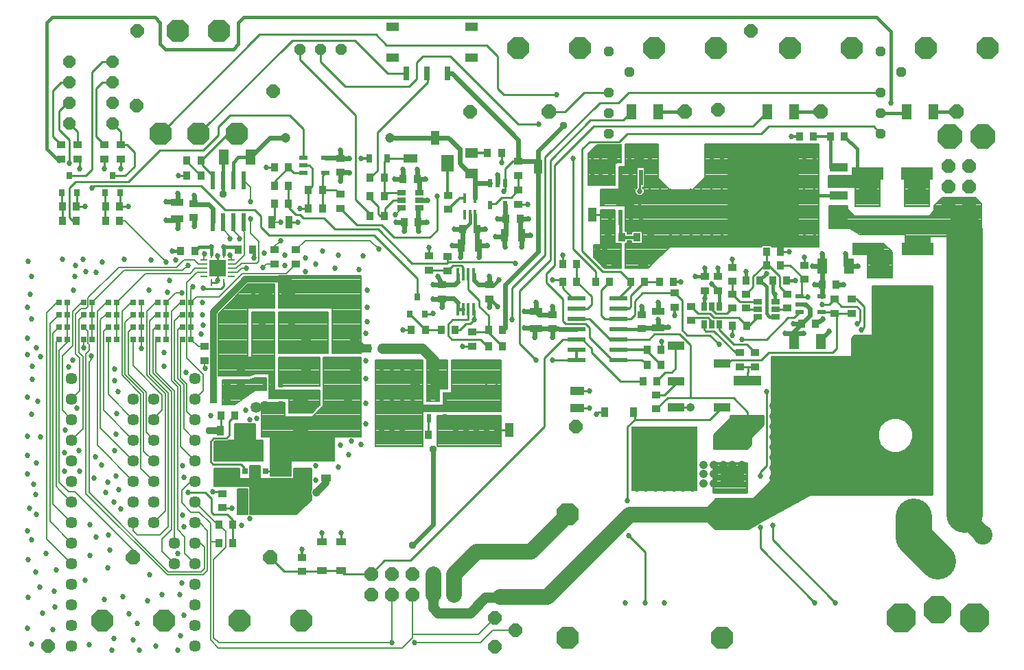
<source format=gtl>
G75*
%MOIN*%
%OFA0B0*%
%FSLAX25Y25*%
%IPPOS*%
%LPD*%
%AMOC8*
5,1,8,0,0,1.08239X$1,22.5*
%
%ADD10R,0.08661X0.02362*%
%ADD11R,0.06299X0.05118*%
%ADD12R,0.06299X0.07874*%
%ADD13R,0.02362X0.08661*%
%ADD14R,0.04800X0.07400*%
%ADD15R,0.04200X0.03500*%
%ADD16R,0.06000X0.03800*%
%ADD17R,0.03500X0.04200*%
%ADD18R,0.32283X0.31496*%
%ADD19R,0.11811X0.07874*%
%ADD20R,0.01400X0.04600*%
%ADD21R,0.03800X0.06000*%
%ADD22R,0.02756X0.06693*%
%ADD23R,0.06102X0.04331*%
%ADD24R,0.13500X0.05000*%
%ADD25R,0.35500X0.42000*%
%ADD26OC8,0.10650*%
%ADD27OC8,0.07000*%
%ADD28R,0.03937X0.07087*%
%ADD29OC8,0.06600*%
%ADD30OC8,0.05315*%
%ADD31OC8,0.10950*%
%ADD32R,0.02700X0.03000*%
%ADD33R,0.03937X0.02165*%
%ADD34R,0.02165X0.03937*%
%ADD35R,0.06500X0.11000*%
%ADD36R,0.03600X0.04800*%
%ADD37R,0.05118X0.04724*%
%ADD38OC8,0.16205*%
%ADD39OC8,0.13252*%
%ADD40OC8,0.14236*%
%ADD41R,0.07400X0.04800*%
%ADD42R,0.35000X0.42000*%
%ADD43R,0.09000X0.04200*%
%ADD44R,0.15748X0.06299*%
%ADD45R,0.04173X0.02559*%
%ADD46R,0.02559X0.04173*%
%ADD47R,0.03000X0.04000*%
%ADD48R,0.07087X0.03937*%
%ADD49OC8,0.06000*%
%ADD50R,0.04800X0.03600*%
%ADD51OC8,0.04724*%
%ADD52C,0.05700*%
%ADD53R,0.03150X0.03543*%
%ADD54R,0.01700X0.05900*%
%ADD55R,0.02200X0.07800*%
%ADD56R,0.09000X0.09000*%
%ADD57R,0.02500X0.02500*%
%ADD58R,0.08071X0.08071*%
%ADD59R,0.03346X0.01102*%
%ADD60R,0.01102X0.03346*%
%ADD61R,0.07874X0.03937*%
%ADD62C,0.01200*%
%ADD63C,0.02700*%
%ADD64C,0.01000*%
%ADD65C,0.01100*%
%ADD66C,0.01600*%
%ADD67C,0.00700*%
%ADD68C,0.00500*%
%ADD69C,0.02400*%
%ADD70C,0.04724*%
%ADD71C,0.04156*%
%ADD72C,0.03762*%
%ADD73C,0.09449*%
%ADD74OC8,0.11811*%
%ADD75OC8,0.06496*%
%ADD76C,0.05000*%
%ADD77OC8,0.12661*%
%ADD78C,0.08600*%
%ADD79C,0.03200*%
%ADD80C,0.17500*%
%ADD81C,0.06600*%
%ADD82C,0.07600*%
%ADD83C,0.04000*%
%ADD84C,0.05315*%
D10*
X0342169Y0204950D03*
X0342169Y0209950D03*
X0342169Y0214950D03*
X0342169Y0219950D03*
X0342169Y0224950D03*
X0342169Y0229950D03*
X0342169Y0234950D03*
X0362642Y0234950D03*
X0362642Y0229950D03*
X0362642Y0224950D03*
X0362642Y0219950D03*
X0362642Y0214950D03*
X0362642Y0209950D03*
X0362642Y0204950D03*
D11*
X0291142Y0295478D03*
X0291142Y0305478D03*
D12*
X0279724Y0300478D03*
D13*
X0180433Y0292186D03*
X0175433Y0292186D03*
X0170433Y0292186D03*
X0165433Y0292186D03*
X0165433Y0271714D03*
X0170433Y0271714D03*
X0175433Y0271714D03*
X0180433Y0271714D03*
D14*
X0183933Y0303478D03*
X0170933Y0303478D03*
X0263933Y0194950D03*
X0276933Y0194950D03*
X0361433Y0254450D03*
X0374433Y0254450D03*
X0372433Y0303950D03*
X0359433Y0303950D03*
X0368933Y0325450D03*
X0381933Y0325450D03*
X0434933Y0325450D03*
X0447933Y0325450D03*
X0502433Y0325450D03*
X0515433Y0325450D03*
X0474433Y0250450D03*
X0461433Y0250450D03*
X0460933Y0213950D03*
X0447933Y0213950D03*
D15*
X0467433Y0227550D03*
X0467433Y0234350D03*
X0475933Y0234350D03*
X0475933Y0227550D03*
X0452933Y0244050D03*
X0444433Y0236850D03*
X0444433Y0230050D03*
X0424433Y0230050D03*
X0424433Y0236850D03*
X0417933Y0236850D03*
X0417933Y0243050D03*
X0417933Y0249850D03*
X0410933Y0245350D03*
X0404433Y0245350D03*
X0404433Y0238550D03*
X0410933Y0238550D03*
X0417933Y0230050D03*
X0397933Y0230850D03*
X0397933Y0224050D03*
X0389933Y0230550D03*
X0389933Y0237350D03*
X0373933Y0226850D03*
X0373933Y0220050D03*
X0380933Y0187850D03*
X0380933Y0181050D03*
X0421433Y0201550D03*
X0421433Y0208350D03*
X0428933Y0208350D03*
X0428933Y0201550D03*
X0452933Y0250850D03*
X0330433Y0226850D03*
X0330433Y0220050D03*
X0299933Y0234550D03*
X0299933Y0241350D03*
X0279683Y0248300D03*
X0279683Y0255100D03*
X0270683Y0255350D03*
X0270683Y0248550D03*
X0276933Y0241350D03*
X0276933Y0234550D03*
X0291433Y0218350D03*
X0291433Y0211550D03*
X0279933Y0278078D03*
X0279933Y0284878D03*
X0313933Y0287350D03*
X0313933Y0294550D03*
X0313933Y0301350D03*
X0313933Y0280550D03*
X0227433Y0278550D03*
X0227433Y0285350D03*
X0227433Y0296050D03*
X0227433Y0302850D03*
X0205933Y0258350D03*
X0205933Y0251550D03*
X0195433Y0251550D03*
X0195433Y0258350D03*
X0156406Y0274050D03*
X0156406Y0280850D03*
X0120933Y0302550D03*
X0120933Y0309350D03*
X0112933Y0309350D03*
X0112933Y0302550D03*
X0099933Y0302550D03*
X0099933Y0309350D03*
X0091933Y0309350D03*
X0091933Y0302550D03*
X0161433Y0211350D03*
X0161433Y0204550D03*
X0179183Y0199600D03*
X0179183Y0192800D03*
X0170183Y0139850D03*
X0170183Y0133050D03*
X0208933Y0108850D03*
X0208933Y0102050D03*
D16*
X0208683Y0150600D03*
X0208683Y0158800D03*
X0172183Y0158550D03*
X0172183Y0150350D03*
X0202183Y0203100D03*
X0202183Y0211300D03*
X0148406Y0273350D03*
X0148406Y0281550D03*
X0322433Y0228522D03*
X0322433Y0220322D03*
X0381933Y0220350D03*
X0381933Y0228550D03*
D17*
X0382533Y0242950D03*
X0389333Y0242950D03*
X0375333Y0242950D03*
X0368533Y0242950D03*
X0358333Y0242950D03*
X0351533Y0242950D03*
X0342333Y0242950D03*
X0335533Y0242950D03*
X0335533Y0251450D03*
X0342333Y0251450D03*
X0357533Y0264450D03*
X0364333Y0264450D03*
X0371533Y0264450D03*
X0378333Y0264450D03*
X0418033Y0221450D03*
X0424833Y0221450D03*
X0424533Y0243450D03*
X0431333Y0243450D03*
X0437533Y0243450D03*
X0444333Y0243450D03*
X0441333Y0250950D03*
X0441333Y0257450D03*
X0434533Y0257450D03*
X0434533Y0250950D03*
X0461533Y0241450D03*
X0468333Y0241450D03*
X0458333Y0222450D03*
X0451533Y0222450D03*
X0383306Y0209950D03*
X0376506Y0209950D03*
X0376506Y0202450D03*
X0383306Y0202450D03*
X0381333Y0194450D03*
X0374533Y0194450D03*
X0306333Y0211450D03*
X0299533Y0211450D03*
X0299533Y0219450D03*
X0306333Y0219450D03*
X0283333Y0219450D03*
X0276533Y0219450D03*
X0268833Y0219450D03*
X0262033Y0219450D03*
X0247833Y0210450D03*
X0241033Y0210450D03*
X0263533Y0168450D03*
X0270333Y0168450D03*
X0187583Y0133450D03*
X0180783Y0133450D03*
X0175333Y0124950D03*
X0168533Y0124950D03*
X0168533Y0115950D03*
X0175333Y0115950D03*
X0176333Y0177950D03*
X0169533Y0177950D03*
X0172583Y0185700D03*
X0172583Y0192200D03*
X0165783Y0192200D03*
X0165783Y0185700D03*
X0156833Y0257950D03*
X0150033Y0257950D03*
X0178033Y0258450D03*
X0184833Y0258450D03*
X0212033Y0278450D03*
X0202333Y0280950D03*
X0195533Y0280950D03*
X0195533Y0289450D03*
X0202333Y0289450D03*
X0212033Y0287450D03*
X0218833Y0287450D03*
X0218833Y0278450D03*
X0242033Y0274950D03*
X0248833Y0274950D03*
X0248833Y0284450D03*
X0242033Y0284450D03*
X0242033Y0293450D03*
X0248833Y0293450D03*
X0258033Y0292950D03*
X0264833Y0292950D03*
X0265333Y0271950D03*
X0258533Y0271950D03*
X0287033Y0268478D03*
X0293833Y0268478D03*
X0308033Y0273422D03*
X0314833Y0273422D03*
X0305833Y0305478D03*
X0299033Y0305478D03*
X0202333Y0298450D03*
X0195533Y0298450D03*
X0159861Y0301950D03*
X0153061Y0301950D03*
X0153061Y0294450D03*
X0159861Y0294450D03*
X0120333Y0279450D03*
X0113533Y0279450D03*
X0113533Y0272450D03*
X0120333Y0272450D03*
X0099333Y0272450D03*
X0092533Y0272450D03*
X0092533Y0279450D03*
X0099333Y0279450D03*
X0450533Y0313450D03*
X0457333Y0313450D03*
X0465533Y0313450D03*
X0472333Y0313450D03*
D18*
X0384933Y0156978D03*
D19*
X0418004Y0166820D03*
X0418004Y0147135D03*
D20*
X0293033Y0275378D03*
X0290433Y0275378D03*
X0287833Y0275378D03*
X0287833Y0283578D03*
X0293033Y0283578D03*
D21*
X0307333Y0265422D03*
X0315533Y0265422D03*
X0294533Y0260478D03*
X0286333Y0260478D03*
X0202533Y0271950D03*
X0194333Y0271950D03*
D22*
X0259441Y0344293D03*
X0269441Y0344293D03*
X0279441Y0344293D03*
D23*
X0291154Y0351950D03*
X0291154Y0366950D03*
X0252768Y0366950D03*
X0252768Y0351950D03*
D24*
X0425383Y0194950D03*
X0425383Y0174950D03*
D25*
X0464183Y0184950D03*
D26*
X0475933Y0356350D03*
X0445933Y0356350D03*
X0409933Y0356350D03*
X0379933Y0356350D03*
X0343933Y0356350D03*
X0313933Y0356350D03*
X0511933Y0356350D03*
X0541933Y0356350D03*
X0208433Y0078050D03*
X0178433Y0078050D03*
X0141933Y0078050D03*
X0111933Y0078050D03*
D27*
X0126933Y0108750D03*
X0193433Y0108750D03*
X0328933Y0325650D03*
X0394933Y0325650D03*
X0460933Y0325650D03*
X0526933Y0325650D03*
D28*
X0349933Y0275450D03*
X0323433Y0298922D03*
X0273433Y0312978D03*
X0231183Y0182700D03*
X0309433Y0170950D03*
D29*
X0282433Y0100950D03*
X0272433Y0100950D03*
X0262433Y0100950D03*
X0252433Y0100950D03*
X0242433Y0100950D03*
X0242433Y0090950D03*
X0252433Y0090950D03*
X0262433Y0090950D03*
X0272433Y0090950D03*
X0282433Y0090950D03*
X0522823Y0269178D03*
X0532823Y0269178D03*
X0532823Y0279178D03*
X0522823Y0279178D03*
X0522823Y0289178D03*
X0532823Y0289178D03*
X0532823Y0299178D03*
X0522823Y0299178D03*
D30*
X0227933Y0355950D03*
X0217933Y0355950D03*
X0207933Y0355950D03*
D31*
X0168733Y0364950D03*
X0148733Y0364950D03*
X0140233Y0314950D03*
X0158733Y0314950D03*
X0177233Y0314950D03*
X0337933Y0129950D03*
X0337933Y0069950D03*
X0412933Y0069950D03*
X0412933Y0129950D03*
D32*
X0155033Y0214950D03*
X0150833Y0214950D03*
X0150833Y0220950D03*
X0155033Y0220950D03*
X0155033Y0226950D03*
X0150833Y0226950D03*
X0150833Y0232950D03*
X0155033Y0232950D03*
X0143033Y0232950D03*
X0138833Y0232950D03*
X0138833Y0226950D03*
X0143033Y0226950D03*
X0143033Y0220950D03*
X0138833Y0220950D03*
X0138833Y0214950D03*
X0143033Y0214950D03*
X0131033Y0214950D03*
X0126833Y0214950D03*
X0126833Y0220950D03*
X0131033Y0220950D03*
X0131033Y0226950D03*
X0126833Y0226950D03*
X0126833Y0232950D03*
X0131033Y0232950D03*
X0119033Y0232950D03*
X0114833Y0232950D03*
X0114833Y0226950D03*
X0119033Y0226950D03*
X0119033Y0220950D03*
X0114833Y0220950D03*
X0114833Y0214950D03*
X0119033Y0214950D03*
X0107033Y0214950D03*
X0102833Y0214950D03*
X0102833Y0220950D03*
X0107033Y0220950D03*
X0107033Y0226950D03*
X0102833Y0226950D03*
X0102833Y0232950D03*
X0107033Y0232950D03*
X0095033Y0232950D03*
X0090833Y0232950D03*
X0090833Y0226950D03*
X0095033Y0226950D03*
X0095033Y0220950D03*
X0090833Y0220950D03*
X0090833Y0214950D03*
X0095033Y0214950D03*
D33*
X0209618Y0295710D03*
X0209618Y0299450D03*
X0209618Y0303190D03*
X0220248Y0303190D03*
X0220248Y0295710D03*
X0450618Y0235690D03*
X0450618Y0231950D03*
X0450618Y0228210D03*
X0461248Y0228210D03*
X0461248Y0235690D03*
D34*
X0307673Y0280135D03*
X0300193Y0280135D03*
X0300193Y0290765D03*
X0303933Y0290765D03*
X0307673Y0290765D03*
X0198423Y0193515D03*
X0194683Y0193515D03*
X0190943Y0193515D03*
X0190943Y0182885D03*
X0198423Y0182885D03*
X0270693Y0187265D03*
X0274433Y0187265D03*
X0278173Y0187265D03*
X0278173Y0176635D03*
X0270693Y0176635D03*
D35*
X0202183Y0236200D03*
X0191183Y0236200D03*
D36*
X0189596Y0222200D03*
X0203770Y0222200D03*
X0183520Y0170450D03*
X0169346Y0170450D03*
X0355846Y0179450D03*
X0370020Y0179450D03*
D37*
X0234494Y0200310D03*
X0234494Y0214090D03*
X0210872Y0214090D03*
X0210872Y0200310D03*
D38*
X0517697Y0107194D03*
D39*
X0517697Y0083572D03*
D40*
X0535413Y0079650D03*
X0499980Y0079650D03*
D41*
X0286433Y0175450D03*
X0286433Y0188450D03*
X0208183Y0184700D03*
X0208183Y0171700D03*
D42*
X0432933Y0284950D03*
D43*
X0469433Y0284950D03*
X0469433Y0278250D03*
X0469433Y0271550D03*
X0469433Y0291650D03*
X0469433Y0298350D03*
D44*
X0483425Y0295450D03*
X0507441Y0295450D03*
X0507941Y0258950D03*
X0483925Y0258950D03*
D45*
X0438764Y0233190D03*
X0438764Y0229450D03*
X0438764Y0225710D03*
X0430102Y0225710D03*
X0430102Y0229450D03*
X0430102Y0233190D03*
X0265764Y0278710D03*
X0265764Y0282450D03*
X0265764Y0286190D03*
X0257102Y0286190D03*
X0257102Y0282450D03*
X0257102Y0278710D03*
D46*
X0404193Y0230781D03*
X0407933Y0230781D03*
X0411673Y0230781D03*
X0411673Y0222119D03*
X0407933Y0222119D03*
X0404193Y0222119D03*
D47*
X0250333Y0302950D03*
X0241533Y0302950D03*
D48*
X0261433Y0302950D03*
X0257933Y0210450D03*
X0342433Y0189950D03*
X0342433Y0181450D03*
D49*
X0116933Y0319950D03*
X0116933Y0329950D03*
X0116933Y0339950D03*
X0116933Y0349950D03*
X0095933Y0349950D03*
X0095933Y0339950D03*
X0095933Y0329950D03*
X0095933Y0319950D03*
D50*
X0220683Y0161537D03*
X0220683Y0147363D03*
X0218433Y0116537D03*
X0227933Y0116537D03*
X0227933Y0102363D03*
X0218433Y0102363D03*
D51*
X0358033Y0314950D03*
X0358033Y0324950D03*
X0358033Y0334950D03*
X0368033Y0344950D03*
X0358033Y0354950D03*
X0490033Y0354950D03*
X0500033Y0344950D03*
X0490033Y0334950D03*
X0490033Y0324950D03*
X0490033Y0314950D03*
D52*
X0156933Y0195950D03*
X0156933Y0185950D03*
X0156933Y0175950D03*
X0156933Y0165950D03*
X0156933Y0155950D03*
X0156933Y0145950D03*
X0156933Y0135950D03*
X0156933Y0125950D03*
X0156933Y0115950D03*
X0146933Y0115950D03*
X0146933Y0105950D03*
X0156933Y0105950D03*
X0156933Y0095950D03*
X0156933Y0085950D03*
X0156933Y0075950D03*
X0156933Y0065950D03*
X0096933Y0065950D03*
X0096933Y0075950D03*
X0096933Y0085950D03*
X0096933Y0095950D03*
X0096933Y0105950D03*
X0096933Y0115950D03*
X0096933Y0125950D03*
X0096933Y0135950D03*
X0096933Y0145950D03*
X0096933Y0155950D03*
X0096933Y0165950D03*
X0096933Y0175950D03*
X0096933Y0185950D03*
X0096933Y0195950D03*
X0126933Y0185950D03*
X0136933Y0185950D03*
X0136933Y0175950D03*
X0126933Y0175950D03*
X0126933Y0165950D03*
X0136933Y0165950D03*
X0136933Y0155950D03*
X0126933Y0155950D03*
X0126933Y0145950D03*
X0136933Y0145950D03*
X0136933Y0135950D03*
X0126933Y0135950D03*
X0126933Y0125950D03*
X0136933Y0125950D03*
D53*
X0261193Y0227182D03*
X0268673Y0227182D03*
X0264933Y0235450D03*
X0120673Y0286182D03*
X0116933Y0294450D03*
X0113193Y0286182D03*
X0099673Y0286182D03*
X0092193Y0286182D03*
X0095933Y0294450D03*
D54*
X0284633Y0246550D03*
X0287133Y0246550D03*
X0289733Y0246550D03*
X0292233Y0246550D03*
X0292233Y0229350D03*
X0289733Y0229350D03*
X0287133Y0229350D03*
X0284633Y0229350D03*
D55*
X0358433Y0274250D03*
X0363433Y0274250D03*
X0368433Y0274250D03*
X0373433Y0274250D03*
X0373433Y0293650D03*
X0368433Y0293650D03*
X0363433Y0293650D03*
X0358433Y0293650D03*
D56*
X0365933Y0283950D03*
D57*
X0201183Y0160950D03*
X0196183Y0160950D03*
X0196183Y0155950D03*
X0196183Y0150950D03*
X0191183Y0150950D03*
X0186183Y0150950D03*
X0181183Y0150950D03*
X0181183Y0145950D03*
X0181183Y0140950D03*
X0186183Y0140950D03*
X0186183Y0145950D03*
X0191183Y0145950D03*
X0191183Y0140950D03*
X0196183Y0140950D03*
X0196183Y0145950D03*
X0201183Y0145950D03*
X0201183Y0140950D03*
X0201183Y0150950D03*
X0201183Y0155950D03*
X0186183Y0160950D03*
X0181183Y0160950D03*
D58*
X0167933Y0249450D03*
D59*
X0161142Y0249450D03*
X0161142Y0247481D03*
X0161142Y0245513D03*
X0161142Y0251419D03*
X0161142Y0253387D03*
X0174724Y0253387D03*
X0174724Y0251419D03*
X0174724Y0249450D03*
X0174724Y0247481D03*
X0174724Y0245513D03*
D60*
X0170886Y0242659D03*
X0164980Y0242659D03*
X0164980Y0256241D03*
X0170886Y0256241D03*
D61*
X0390433Y0211871D03*
X0390433Y0194548D03*
X0390433Y0181950D03*
X0413071Y0181950D03*
X0413071Y0203210D03*
D62*
X0389933Y0226450D02*
X0389933Y0230550D01*
X0389333Y0242950D02*
X0392933Y0242950D01*
X0367433Y0229950D02*
X0362642Y0229950D01*
X0362642Y0234950D02*
X0362933Y0235241D01*
X0362642Y0209950D02*
X0376506Y0209950D01*
X0376506Y0209250D01*
X0383306Y0202450D01*
X0376506Y0209950D02*
X0376006Y0210450D01*
X0362642Y0204950D02*
X0362433Y0204741D01*
X0342169Y0204950D02*
X0342169Y0209950D01*
X0315533Y0265422D02*
X0315461Y0265422D01*
X0315433Y0265450D01*
X0294533Y0260478D02*
X0294506Y0260450D01*
X0294433Y0260450D01*
X0279933Y0278078D02*
X0285433Y0283578D01*
X0287833Y0283578D01*
X0293033Y0283578D02*
X0293033Y0283950D01*
X0293033Y0293586D02*
X0291142Y0295478D01*
X0291142Y0305478D02*
X0299033Y0305478D01*
X0279724Y0300478D02*
X0279724Y0285086D01*
X0279933Y0284878D01*
X0241533Y0302950D02*
X0237433Y0302950D01*
X0269441Y0344293D02*
X0269433Y0345285D01*
X0269441Y0344293D02*
X0269433Y0346293D01*
X0279441Y0344942D02*
X0279441Y0344293D01*
X0437533Y0243450D02*
X0438433Y0242550D01*
X0438433Y0233521D02*
X0438764Y0233190D01*
X0438764Y0225710D02*
X0438433Y0225379D01*
X0483425Y0295450D02*
X0483433Y0295458D01*
X0469433Y0298350D02*
X0465533Y0298350D01*
X0465533Y0313450D02*
X0457333Y0313450D01*
X0450533Y0313450D02*
X0446433Y0313450D01*
X0208933Y0112950D02*
X0208933Y0108850D01*
X0208833Y0102050D02*
X0208933Y0102050D01*
D63*
X0077433Y0066950D03*
X0075433Y0074450D03*
X0082933Y0081950D03*
X0088933Y0084950D03*
X0088433Y0092450D03*
X0081433Y0094450D03*
X0075933Y0089450D03*
X0079433Y0101950D03*
X0075933Y0107950D03*
X0084433Y0110950D03*
X0089433Y0102950D03*
X0103433Y0097950D03*
X0114433Y0103950D03*
X0105933Y0109950D03*
X0108933Y0118950D03*
X0105933Y0124950D03*
X0114933Y0119950D03*
X0115433Y0112450D03*
X0120933Y0132450D03*
X0117433Y0135950D03*
X0113433Y0140450D03*
X0114433Y0145450D03*
X0118433Y0148450D03*
X0111433Y0153950D03*
X0108433Y0157950D03*
X0100433Y0160950D03*
X0093433Y0159950D03*
X0093433Y0150950D03*
X0100933Y0150950D03*
X0107933Y0147450D03*
X0119933Y0141950D03*
X0117933Y0160950D03*
X0118433Y0168950D03*
X0118933Y0178950D03*
X0119433Y0189450D03*
X0117933Y0194950D03*
X0117933Y0200450D03*
X0106683Y0206950D03*
X0102933Y0210700D03*
X0097433Y0204950D03*
X0095433Y0201450D03*
X0081933Y0206450D03*
X0079933Y0210950D03*
X0075433Y0207450D03*
X0077933Y0201950D03*
X0077933Y0195450D03*
X0075433Y0186950D03*
X0080433Y0184950D03*
X0077433Y0178450D03*
X0075433Y0167950D03*
X0081933Y0167450D03*
X0075433Y0158450D03*
X0079933Y0154950D03*
X0075433Y0149450D03*
X0078433Y0144450D03*
X0079433Y0139450D03*
X0076433Y0132950D03*
X0079933Y0129950D03*
X0075433Y0121950D03*
X0077433Y0117450D03*
X0112933Y0088450D03*
X0121933Y0089950D03*
X0124933Y0081450D03*
X0128933Y0076950D03*
X0126933Y0068950D03*
X0129933Y0063950D03*
X0137933Y0065950D03*
X0148433Y0063950D03*
X0149933Y0070950D03*
X0151433Y0080950D03*
X0149433Y0090950D03*
X0150433Y0096450D03*
X0140933Y0090950D03*
X0133933Y0087950D03*
X0134933Y0100450D03*
X0148433Y0110950D03*
X0151433Y0123950D03*
X0150933Y0129450D03*
X0153433Y0140450D03*
X0151433Y0147950D03*
X0150933Y0153450D03*
X0165433Y0140950D03*
X0174933Y0132950D03*
X0183433Y0127950D03*
X0179433Y0124450D03*
X0191183Y0137200D03*
X0194933Y0137200D03*
X0194933Y0133450D03*
X0198683Y0133450D03*
X0198683Y0137200D03*
X0202433Y0137200D03*
X0202433Y0133450D03*
X0206183Y0137200D03*
X0206183Y0140950D03*
X0206183Y0144700D03*
X0209933Y0144700D03*
X0209933Y0140950D03*
X0215433Y0146450D03*
X0215433Y0153450D03*
X0226433Y0152950D03*
X0231433Y0158950D03*
X0227433Y0163450D03*
X0232933Y0165450D03*
X0237433Y0163950D03*
X0247433Y0165950D03*
X0247433Y0170950D03*
X0247433Y0175950D03*
X0247433Y0180950D03*
X0247433Y0185950D03*
X0247433Y0190950D03*
X0247433Y0195950D03*
X0247433Y0200950D03*
X0252433Y0200950D03*
X0252433Y0195950D03*
X0252433Y0190950D03*
X0252433Y0185950D03*
X0252433Y0180950D03*
X0252433Y0175950D03*
X0252433Y0170950D03*
X0252433Y0165950D03*
X0257433Y0165950D03*
X0257433Y0170950D03*
X0257433Y0175950D03*
X0257433Y0180950D03*
X0257433Y0185950D03*
X0257433Y0190950D03*
X0257433Y0195950D03*
X0257433Y0200950D03*
X0262433Y0200950D03*
X0262433Y0185950D03*
X0262433Y0180950D03*
X0262433Y0175950D03*
X0283433Y0170950D03*
X0283433Y0165950D03*
X0288433Y0165950D03*
X0288433Y0170950D03*
X0293433Y0170950D03*
X0293433Y0165950D03*
X0298433Y0165950D03*
X0298433Y0170950D03*
X0298433Y0175950D03*
X0293433Y0175950D03*
X0293433Y0181950D03*
X0288433Y0181950D03*
X0283433Y0181950D03*
X0283433Y0196950D03*
X0283433Y0201950D03*
X0288433Y0201950D03*
X0288433Y0196950D03*
X0293433Y0196950D03*
X0293433Y0201950D03*
X0298433Y0201950D03*
X0298433Y0196950D03*
X0298433Y0191950D03*
X0303433Y0191950D03*
X0303433Y0186950D03*
X0299933Y0183950D03*
X0298433Y0181950D03*
X0303433Y0181950D03*
X0303433Y0175950D03*
X0303433Y0170950D03*
X0303433Y0165950D03*
X0303433Y0196950D03*
X0303433Y0201950D03*
X0286933Y0211450D03*
X0292433Y0224450D03*
X0299933Y0230450D03*
X0303933Y0230700D03*
X0310933Y0224450D03*
X0316933Y0228450D03*
X0322433Y0232950D03*
X0330433Y0230950D03*
X0330433Y0243950D03*
X0335433Y0255950D03*
X0352433Y0255450D03*
X0352433Y0258950D03*
X0355933Y0258950D03*
X0355933Y0255450D03*
X0355933Y0251950D03*
X0373933Y0230950D03*
X0381933Y0232950D03*
X0389933Y0226450D03*
X0386933Y0220950D03*
X0381933Y0224450D03*
X0383433Y0213950D03*
X0411433Y0212450D03*
X0417933Y0216950D03*
X0422433Y0214950D03*
X0443433Y0217950D03*
X0447433Y0222450D03*
X0452433Y0217950D03*
X0461933Y0224950D03*
X0461433Y0231950D03*
X0454433Y0235450D03*
X0457933Y0241450D03*
X0448433Y0243450D03*
X0456933Y0250450D03*
X0452933Y0254950D03*
X0445433Y0257450D03*
X0442933Y0261950D03*
X0437933Y0261950D03*
X0432933Y0261950D03*
X0427933Y0261950D03*
X0422933Y0261950D03*
X0417933Y0261950D03*
X0412933Y0261950D03*
X0407933Y0261950D03*
X0402933Y0261950D03*
X0397933Y0261950D03*
X0392933Y0261950D03*
X0387933Y0261950D03*
X0387933Y0266950D03*
X0387933Y0271950D03*
X0382933Y0271950D03*
X0377933Y0271950D03*
X0377933Y0276950D03*
X0377933Y0281950D03*
X0377933Y0286950D03*
X0372933Y0286950D03*
X0368933Y0286950D03*
X0365933Y0286950D03*
X0362933Y0286950D03*
X0362933Y0283950D03*
X0362933Y0280950D03*
X0365933Y0280950D03*
X0365933Y0283950D03*
X0368933Y0283950D03*
X0368933Y0280950D03*
X0372933Y0281450D03*
X0382933Y0281950D03*
X0382933Y0276950D03*
X0387933Y0276950D03*
X0387933Y0281950D03*
X0387933Y0286950D03*
X0382933Y0286950D03*
X0377933Y0291950D03*
X0377933Y0296950D03*
X0377933Y0301950D03*
X0377933Y0306950D03*
X0367933Y0306950D03*
X0367933Y0301950D03*
X0353933Y0299950D03*
X0349933Y0299950D03*
X0349933Y0303950D03*
X0353933Y0303950D03*
X0353933Y0307950D03*
X0340433Y0302950D03*
X0349933Y0295450D03*
X0349933Y0291450D03*
X0353933Y0291450D03*
X0353933Y0295450D03*
X0354933Y0286950D03*
X0358933Y0283950D03*
X0354933Y0280950D03*
X0318433Y0280450D03*
X0318933Y0273450D03*
X0319933Y0265450D03*
X0315433Y0259950D03*
X0312433Y0251950D03*
X0307433Y0259950D03*
X0302933Y0264950D03*
X0298933Y0260450D03*
X0297933Y0268450D03*
X0303933Y0273450D03*
X0306933Y0286950D03*
X0303933Y0294950D03*
X0305933Y0300950D03*
X0323933Y0319450D03*
X0332433Y0333950D03*
X0274433Y0284450D03*
X0269933Y0282450D03*
X0269433Y0271950D03*
X0265433Y0267450D03*
X0258433Y0267450D03*
X0254433Y0271950D03*
X0254183Y0275450D03*
X0246133Y0258750D03*
X0238433Y0255450D03*
X0236433Y0248950D03*
X0240433Y0238950D03*
X0240433Y0230450D03*
X0240433Y0223450D03*
X0239933Y0217950D03*
X0239933Y0204450D03*
X0239933Y0195950D03*
X0239933Y0183950D03*
X0239933Y0173950D03*
X0257933Y0219450D03*
X0272433Y0227450D03*
X0276933Y0230450D03*
X0272433Y0234450D03*
X0272433Y0241450D03*
X0274933Y0245450D03*
X0285933Y0254950D03*
X0281933Y0260450D03*
X0282933Y0268450D03*
X0270683Y0259450D03*
X0294933Y0254950D03*
X0299933Y0245450D03*
X0304683Y0243950D03*
X0316933Y0220450D03*
X0321933Y0215950D03*
X0330433Y0215950D03*
X0330433Y0204950D03*
X0322433Y0204950D03*
X0348433Y0189950D03*
X0348433Y0181450D03*
X0351933Y0178450D03*
X0366933Y0136450D03*
X0367433Y0119450D03*
X0365933Y0086950D03*
X0375433Y0086950D03*
X0384933Y0086950D03*
X0431433Y0123450D03*
X0437433Y0124450D03*
X0431433Y0148450D03*
X0448433Y0166950D03*
X0451433Y0166950D03*
X0454433Y0166950D03*
X0457433Y0166950D03*
X0460433Y0166950D03*
X0463433Y0166950D03*
X0466433Y0166950D03*
X0469433Y0166950D03*
X0472433Y0166950D03*
X0475433Y0166950D03*
X0478433Y0166950D03*
X0478433Y0171450D03*
X0475433Y0171450D03*
X0472433Y0171450D03*
X0469433Y0171450D03*
X0466433Y0171450D03*
X0463433Y0171450D03*
X0460433Y0171450D03*
X0457433Y0171450D03*
X0454433Y0171450D03*
X0451433Y0171450D03*
X0448433Y0171450D03*
X0448433Y0175950D03*
X0451433Y0175950D03*
X0454433Y0175950D03*
X0457433Y0175950D03*
X0460433Y0175950D03*
X0463433Y0175950D03*
X0466433Y0175950D03*
X0469433Y0175950D03*
X0472433Y0175950D03*
X0475433Y0175950D03*
X0478433Y0175950D03*
X0478433Y0180450D03*
X0475433Y0180450D03*
X0472433Y0180450D03*
X0469433Y0180450D03*
X0466433Y0180450D03*
X0463433Y0180450D03*
X0460433Y0180450D03*
X0457433Y0180450D03*
X0454433Y0180450D03*
X0451433Y0180450D03*
X0448433Y0180450D03*
X0448433Y0184950D03*
X0451433Y0184950D03*
X0454433Y0184950D03*
X0457433Y0184950D03*
X0460433Y0184950D03*
X0463433Y0184950D03*
X0466433Y0184950D03*
X0469433Y0184950D03*
X0472433Y0184950D03*
X0475433Y0184950D03*
X0478433Y0184950D03*
X0478433Y0189450D03*
X0475433Y0189450D03*
X0472433Y0189450D03*
X0469433Y0189450D03*
X0466433Y0189450D03*
X0463433Y0189450D03*
X0460433Y0189450D03*
X0457433Y0189450D03*
X0454433Y0189450D03*
X0451433Y0189450D03*
X0448433Y0189450D03*
X0448433Y0193950D03*
X0451433Y0193950D03*
X0454433Y0193950D03*
X0457433Y0193950D03*
X0460433Y0193950D03*
X0463433Y0193950D03*
X0466433Y0193950D03*
X0469433Y0193950D03*
X0472433Y0193950D03*
X0475433Y0193950D03*
X0478433Y0193950D03*
X0478433Y0198450D03*
X0475433Y0198450D03*
X0472433Y0198450D03*
X0469433Y0198450D03*
X0466433Y0198450D03*
X0463433Y0198450D03*
X0460433Y0198450D03*
X0457433Y0198450D03*
X0454433Y0198450D03*
X0451433Y0198450D03*
X0448433Y0198450D03*
X0448433Y0202950D03*
X0451433Y0202950D03*
X0454433Y0202950D03*
X0457433Y0202950D03*
X0460433Y0202950D03*
X0463433Y0202950D03*
X0466433Y0202950D03*
X0469433Y0202950D03*
X0472433Y0202950D03*
X0475433Y0202950D03*
X0478433Y0202950D03*
X0480433Y0219450D03*
X0478433Y0222450D03*
X0464933Y0218950D03*
X0471933Y0241450D03*
X0478933Y0250450D03*
X0472933Y0256450D03*
X0461433Y0256450D03*
X0457933Y0261950D03*
X0452933Y0261950D03*
X0447933Y0261950D03*
X0452933Y0266950D03*
X0452933Y0271950D03*
X0452933Y0276950D03*
X0452933Y0281950D03*
X0452933Y0286950D03*
X0452933Y0291950D03*
X0452933Y0296950D03*
X0452933Y0301950D03*
X0452933Y0306950D03*
X0457933Y0306950D03*
X0457933Y0301950D03*
X0457933Y0296950D03*
X0457933Y0291950D03*
X0457933Y0286950D03*
X0457933Y0281950D03*
X0457933Y0276950D03*
X0457933Y0271950D03*
X0457933Y0266950D03*
X0434433Y0246950D03*
X0424433Y0247950D03*
X0417933Y0253950D03*
X0410933Y0249450D03*
X0404433Y0249450D03*
X0399933Y0245450D03*
X0392933Y0242950D03*
X0404433Y0234950D03*
X0407933Y0241950D03*
X0407933Y0266950D03*
X0402933Y0266950D03*
X0397933Y0266950D03*
X0392933Y0266950D03*
X0392933Y0271950D03*
X0392933Y0276950D03*
X0392933Y0281950D03*
X0397933Y0281950D03*
X0397933Y0276950D03*
X0397933Y0271950D03*
X0402933Y0271950D03*
X0402933Y0276950D03*
X0402933Y0281950D03*
X0402933Y0286950D03*
X0397933Y0286950D03*
X0407933Y0286950D03*
X0407933Y0281950D03*
X0407933Y0276950D03*
X0407933Y0271950D03*
X0412933Y0271950D03*
X0412933Y0266950D03*
X0412933Y0276950D03*
X0412933Y0281950D03*
X0412933Y0286950D03*
X0412933Y0291950D03*
X0407933Y0291950D03*
X0407933Y0296950D03*
X0407933Y0301950D03*
X0407933Y0306950D03*
X0412933Y0306950D03*
X0412933Y0301950D03*
X0412933Y0296950D03*
X0446433Y0313450D03*
X0494933Y0329950D03*
X0438433Y0236950D03*
X0434539Y0189556D03*
X0457933Y0086950D03*
X0467933Y0086950D03*
X0263683Y0067450D03*
X0252433Y0067450D03*
X0208933Y0112950D03*
X0218433Y0120950D03*
X0227933Y0120950D03*
X0186933Y0176450D03*
X0183433Y0175950D03*
X0181433Y0180450D03*
X0164433Y0177950D03*
X0152433Y0198950D03*
X0161933Y0200950D03*
X0159933Y0217450D03*
X0160933Y0221950D03*
X0160433Y0226950D03*
X0160433Y0232950D03*
X0160933Y0239950D03*
X0155933Y0240450D03*
X0150433Y0237450D03*
X0143433Y0237950D03*
X0144433Y0243450D03*
X0142933Y0252450D03*
X0147433Y0253450D03*
X0145933Y0257950D03*
X0153433Y0250950D03*
X0161433Y0256450D03*
X0164933Y0259950D03*
X0167933Y0255450D03*
X0170933Y0259950D03*
X0173933Y0263950D03*
X0178433Y0263950D03*
X0173933Y0255950D03*
X0181933Y0249450D03*
X0185433Y0254450D03*
X0190433Y0256950D03*
X0198433Y0262950D03*
X0200433Y0255950D03*
X0200433Y0250950D03*
X0189933Y0249950D03*
X0185183Y0240200D03*
X0185183Y0236200D03*
X0185183Y0232200D03*
X0181183Y0232200D03*
X0181183Y0235200D03*
X0181183Y0238700D03*
X0167933Y0243450D03*
X0156433Y0269950D03*
X0148433Y0268950D03*
X0142933Y0272950D03*
X0142933Y0281950D03*
X0148433Y0285950D03*
X0148933Y0294450D03*
X0156433Y0284950D03*
X0183933Y0281950D03*
X0183933Y0273450D03*
X0198433Y0271950D03*
X0206933Y0271950D03*
X0207933Y0278450D03*
X0227433Y0291950D03*
X0231933Y0295950D03*
X0231933Y0302950D03*
X0237433Y0302950D03*
X0227433Y0306950D03*
X0253933Y0292950D03*
X0257933Y0297450D03*
X0264933Y0297450D03*
X0268933Y0292950D03*
X0226433Y0255950D03*
X0218933Y0257950D03*
X0215433Y0251450D03*
X0210433Y0254450D03*
X0210433Y0247950D03*
X0224933Y0249450D03*
X0191433Y0298450D03*
X0135433Y0253450D03*
X0122433Y0253950D03*
X0111933Y0252450D03*
X0108933Y0247450D03*
X0103933Y0247950D03*
X0098933Y0250950D03*
X0102433Y0253950D03*
X0098433Y0245450D03*
X0092433Y0253950D03*
X0097933Y0238950D03*
X0076933Y0236950D03*
X0075433Y0230450D03*
X0077433Y0224950D03*
X0075433Y0215450D03*
X0077433Y0245450D03*
X0075933Y0252950D03*
X0103433Y0279450D03*
X0106933Y0288450D03*
X0100933Y0297950D03*
X0095933Y0300450D03*
X0112933Y0297950D03*
X0120933Y0297950D03*
X0124433Y0279450D03*
X0134433Y0238950D03*
X0130933Y0210450D03*
X0141933Y0208450D03*
X0141933Y0201950D03*
X0099433Y0181450D03*
X0093933Y0170950D03*
X0087933Y0073950D03*
X0105433Y0066450D03*
X0116433Y0063950D03*
X0117433Y0069450D03*
D64*
X0175333Y0115950D02*
X0175333Y0124950D01*
X0293933Y0259950D02*
X0294433Y0260450D01*
X0346630Y0222450D02*
X0348433Y0220647D01*
X0408933Y0168450D02*
X0416933Y0176450D01*
X0416933Y0177950D01*
X0432933Y0177950D01*
X0432933Y0173450D01*
X0426933Y0167450D01*
X0426933Y0163950D01*
X0424933Y0161950D01*
X0408933Y0161950D01*
X0408933Y0168450D01*
X0409271Y0168788D02*
X0428271Y0168788D01*
X0429269Y0169786D02*
X0410269Y0169786D01*
X0411268Y0170785D02*
X0430268Y0170785D01*
X0431266Y0171783D02*
X0412266Y0171783D01*
X0413265Y0172782D02*
X0432265Y0172782D01*
X0432933Y0173780D02*
X0414263Y0173780D01*
X0415262Y0174779D02*
X0432933Y0174779D01*
X0432933Y0175777D02*
X0416260Y0175777D01*
X0416933Y0176776D02*
X0432933Y0176776D01*
X0432933Y0177774D02*
X0416933Y0177774D01*
X0408933Y0167789D02*
X0427272Y0167789D01*
X0426933Y0166791D02*
X0408933Y0166791D01*
X0408933Y0165792D02*
X0426933Y0165792D01*
X0426933Y0164794D02*
X0408933Y0164794D01*
X0408933Y0163795D02*
X0426778Y0163795D01*
X0425780Y0162797D02*
X0408933Y0162797D01*
X0431343Y0140829D02*
X0514933Y0140829D01*
X0514933Y0139831D02*
X0430363Y0139831D01*
X0429858Y0139317D02*
X0427933Y0137450D01*
X0409933Y0137450D01*
X0405433Y0132950D01*
X0405433Y0126950D01*
X0409433Y0122950D01*
X0425433Y0122950D01*
X0430270Y0125610D01*
X0430460Y0125800D01*
X0430615Y0125800D01*
X0455433Y0139450D01*
X0514933Y0139450D01*
X0514933Y0240950D01*
X0485933Y0240950D01*
X0485933Y0216950D01*
X0477347Y0216950D01*
X0475933Y0215536D01*
X0475933Y0206450D01*
X0436933Y0206450D01*
X0436933Y0146526D01*
X0429858Y0139317D01*
X0429359Y0138832D02*
X0454310Y0138832D01*
X0452495Y0137834D02*
X0428329Y0137834D01*
X0432322Y0141828D02*
X0514933Y0141828D01*
X0514933Y0142826D02*
X0433302Y0142826D01*
X0434282Y0143825D02*
X0514933Y0143825D01*
X0514933Y0144823D02*
X0435262Y0144823D01*
X0436242Y0145822D02*
X0514933Y0145822D01*
X0514933Y0146820D02*
X0436933Y0146820D01*
X0436933Y0147819D02*
X0514933Y0147819D01*
X0514933Y0148818D02*
X0436933Y0148818D01*
X0436933Y0149816D02*
X0514933Y0149816D01*
X0514933Y0150815D02*
X0436933Y0150815D01*
X0436933Y0151813D02*
X0514933Y0151813D01*
X0514933Y0152812D02*
X0436933Y0152812D01*
X0436933Y0153810D02*
X0514933Y0153810D01*
X0514933Y0154809D02*
X0436933Y0154809D01*
X0436933Y0155807D02*
X0514933Y0155807D01*
X0514933Y0156806D02*
X0436933Y0156806D01*
X0436933Y0157804D02*
X0514933Y0157804D01*
X0514933Y0158803D02*
X0436933Y0158803D01*
X0436933Y0159801D02*
X0514933Y0159801D01*
X0514933Y0160800D02*
X0500665Y0160800D01*
X0501746Y0161247D02*
X0504136Y0163637D01*
X0505429Y0166760D01*
X0505429Y0170140D01*
X0504136Y0173263D01*
X0501746Y0175653D01*
X0498623Y0176946D01*
X0495243Y0176946D01*
X0492120Y0175653D01*
X0489730Y0173263D01*
X0488437Y0170140D01*
X0488437Y0166760D01*
X0489730Y0163637D01*
X0492120Y0161247D01*
X0495243Y0159954D01*
X0498623Y0159954D01*
X0501746Y0161247D01*
X0502296Y0161798D02*
X0514933Y0161798D01*
X0514933Y0162797D02*
X0503295Y0162797D01*
X0504201Y0163795D02*
X0514933Y0163795D01*
X0514933Y0164794D02*
X0504615Y0164794D01*
X0505028Y0165792D02*
X0514933Y0165792D01*
X0514933Y0166791D02*
X0505429Y0166791D01*
X0505429Y0167789D02*
X0514933Y0167789D01*
X0514933Y0168788D02*
X0505429Y0168788D01*
X0505429Y0169786D02*
X0514933Y0169786D01*
X0514933Y0170785D02*
X0505162Y0170785D01*
X0504748Y0171783D02*
X0514933Y0171783D01*
X0514933Y0172782D02*
X0504335Y0172782D01*
X0503618Y0173780D02*
X0514933Y0173780D01*
X0514933Y0174779D02*
X0502620Y0174779D01*
X0501445Y0175777D02*
X0514933Y0175777D01*
X0514933Y0176776D02*
X0499034Y0176776D01*
X0494832Y0176776D02*
X0436933Y0176776D01*
X0436933Y0177774D02*
X0514933Y0177774D01*
X0514933Y0178773D02*
X0436933Y0178773D01*
X0436933Y0179771D02*
X0514933Y0179771D01*
X0514933Y0180770D02*
X0436933Y0180770D01*
X0436933Y0181768D02*
X0514933Y0181768D01*
X0514933Y0182767D02*
X0436933Y0182767D01*
X0436933Y0183765D02*
X0514933Y0183765D01*
X0514933Y0184764D02*
X0436933Y0184764D01*
X0436933Y0185762D02*
X0514933Y0185762D01*
X0514933Y0186761D02*
X0436933Y0186761D01*
X0436933Y0187759D02*
X0514933Y0187759D01*
X0514933Y0188758D02*
X0436933Y0188758D01*
X0436933Y0189756D02*
X0514933Y0189756D01*
X0514933Y0190755D02*
X0436933Y0190755D01*
X0436933Y0191753D02*
X0514933Y0191753D01*
X0514933Y0192752D02*
X0436933Y0192752D01*
X0436933Y0193751D02*
X0514933Y0193751D01*
X0514933Y0194749D02*
X0436933Y0194749D01*
X0436933Y0195748D02*
X0514933Y0195748D01*
X0514933Y0196746D02*
X0436933Y0196746D01*
X0436933Y0197745D02*
X0514933Y0197745D01*
X0514933Y0198743D02*
X0436933Y0198743D01*
X0436933Y0199742D02*
X0514933Y0199742D01*
X0514933Y0200740D02*
X0436933Y0200740D01*
X0436933Y0201739D02*
X0514933Y0201739D01*
X0514933Y0202737D02*
X0436933Y0202737D01*
X0436933Y0203736D02*
X0514933Y0203736D01*
X0514933Y0204734D02*
X0436933Y0204734D01*
X0436933Y0205733D02*
X0514933Y0205733D01*
X0514933Y0206731D02*
X0475933Y0206731D01*
X0475933Y0207730D02*
X0514933Y0207730D01*
X0514933Y0208728D02*
X0475933Y0208728D01*
X0475933Y0209727D02*
X0514933Y0209727D01*
X0514933Y0210725D02*
X0475933Y0210725D01*
X0475933Y0211724D02*
X0514933Y0211724D01*
X0514933Y0212722D02*
X0475933Y0212722D01*
X0475933Y0213721D02*
X0514933Y0213721D01*
X0514933Y0214719D02*
X0475933Y0214719D01*
X0476115Y0215718D02*
X0514933Y0215718D01*
X0514933Y0216716D02*
X0477114Y0216716D01*
X0485933Y0217715D02*
X0514933Y0217715D01*
X0514933Y0218713D02*
X0485933Y0218713D01*
X0485933Y0219712D02*
X0514933Y0219712D01*
X0514933Y0220710D02*
X0485933Y0220710D01*
X0485933Y0221709D02*
X0514933Y0221709D01*
X0514933Y0222707D02*
X0485933Y0222707D01*
X0485933Y0223706D02*
X0514933Y0223706D01*
X0514933Y0224704D02*
X0485933Y0224704D01*
X0485933Y0225703D02*
X0514933Y0225703D01*
X0514933Y0226701D02*
X0485933Y0226701D01*
X0485933Y0227700D02*
X0514933Y0227700D01*
X0514933Y0228698D02*
X0485933Y0228698D01*
X0485933Y0229697D02*
X0514933Y0229697D01*
X0514933Y0230695D02*
X0485933Y0230695D01*
X0485933Y0231694D02*
X0514933Y0231694D01*
X0514933Y0232692D02*
X0485933Y0232692D01*
X0485933Y0233691D02*
X0514933Y0233691D01*
X0514933Y0234689D02*
X0485933Y0234689D01*
X0485933Y0235688D02*
X0514933Y0235688D01*
X0514933Y0236687D02*
X0485933Y0236687D01*
X0485933Y0237685D02*
X0514933Y0237685D01*
X0514933Y0238684D02*
X0485933Y0238684D01*
X0485933Y0239682D02*
X0514933Y0239682D01*
X0514933Y0240681D02*
X0485933Y0240681D01*
X0492422Y0175777D02*
X0436933Y0175777D01*
X0436933Y0174779D02*
X0491247Y0174779D01*
X0490248Y0173780D02*
X0436933Y0173780D01*
X0436933Y0172782D02*
X0489531Y0172782D01*
X0489118Y0171783D02*
X0436933Y0171783D01*
X0436933Y0170785D02*
X0488704Y0170785D01*
X0488437Y0169786D02*
X0436933Y0169786D01*
X0436933Y0168788D02*
X0488437Y0168788D01*
X0488437Y0167789D02*
X0436933Y0167789D01*
X0436933Y0166791D02*
X0488437Y0166791D01*
X0488838Y0165792D02*
X0436933Y0165792D01*
X0436933Y0164794D02*
X0489251Y0164794D01*
X0489665Y0163795D02*
X0436933Y0163795D01*
X0436933Y0162797D02*
X0490571Y0162797D01*
X0491570Y0161798D02*
X0436933Y0161798D01*
X0436933Y0160800D02*
X0493201Y0160800D01*
X0450679Y0136835D02*
X0409318Y0136835D01*
X0408320Y0135837D02*
X0448864Y0135837D01*
X0447048Y0134838D02*
X0407321Y0134838D01*
X0406323Y0133840D02*
X0445233Y0133840D01*
X0443417Y0132841D02*
X0405433Y0132841D01*
X0405433Y0131843D02*
X0441602Y0131843D01*
X0439786Y0130844D02*
X0405433Y0130844D01*
X0405433Y0129846D02*
X0437971Y0129846D01*
X0436155Y0128847D02*
X0405433Y0128847D01*
X0405433Y0127849D02*
X0434340Y0127849D01*
X0432524Y0126850D02*
X0405533Y0126850D01*
X0406531Y0125852D02*
X0430709Y0125852D01*
X0428894Y0124853D02*
X0407530Y0124853D01*
X0408528Y0123855D02*
X0427078Y0123855D01*
D65*
X0431433Y0123450D02*
X0431433Y0113450D01*
X0457933Y0086950D01*
X0467933Y0086950D02*
X0437433Y0117450D01*
X0437433Y0124450D01*
X0424933Y0140450D02*
X0408433Y0140450D01*
X0408433Y0154950D01*
X0424933Y0154950D01*
X0424933Y0140450D01*
X0424933Y0141240D02*
X0408433Y0141240D01*
X0408433Y0142338D02*
X0424933Y0142338D01*
X0424933Y0143437D02*
X0408433Y0143437D01*
X0408433Y0144535D02*
X0424933Y0144535D01*
X0424933Y0145634D02*
X0408433Y0145634D01*
X0408433Y0146732D02*
X0424933Y0146732D01*
X0424933Y0147831D02*
X0408433Y0147831D01*
X0408433Y0148929D02*
X0424933Y0148929D01*
X0424933Y0150028D02*
X0408433Y0150028D01*
X0408433Y0151126D02*
X0424933Y0151126D01*
X0424933Y0152225D02*
X0408433Y0152225D01*
X0408433Y0153323D02*
X0424933Y0153323D01*
X0424933Y0154422D02*
X0408433Y0154422D01*
X0410598Y0168285D02*
X0418004Y0166820D01*
X0425383Y0174950D02*
X0425383Y0179500D01*
X0418433Y0186450D01*
X0397433Y0186450D01*
X0386433Y0186450D01*
X0381033Y0181050D01*
X0380933Y0181050D01*
X0380933Y0187850D02*
X0384833Y0187850D01*
X0390433Y0193450D01*
X0390433Y0194548D01*
X0388433Y0198950D02*
X0390248Y0200765D01*
X0390248Y0211687D01*
X0390433Y0211871D01*
X0392295Y0217400D02*
X0397433Y0212262D01*
X0397433Y0186450D01*
X0397433Y0181950D02*
X0390433Y0181950D01*
X0406933Y0175950D02*
X0408433Y0177450D01*
X0408571Y0177450D01*
X0413071Y0181950D01*
X0406933Y0175950D02*
X0370433Y0175950D01*
X0370433Y0179037D01*
X0370020Y0179450D01*
X0370433Y0175950D02*
X0366933Y0172450D01*
X0366933Y0136450D01*
X0367054Y0137288D01*
X0367433Y0119450D02*
X0375433Y0111450D01*
X0375433Y0086950D01*
X0431433Y0148450D02*
X0431433Y0150450D01*
X0434539Y0153556D01*
X0434539Y0189556D01*
X0425383Y0194950D02*
X0425383Y0198900D01*
X0425433Y0198950D01*
X0425433Y0201550D01*
X0421433Y0201550D01*
X0425433Y0201550D02*
X0428933Y0201550D01*
X0431933Y0204950D02*
X0435433Y0208450D01*
X0466433Y0208450D01*
X0468433Y0210450D01*
X0468433Y0226550D01*
X0467433Y0227550D01*
X0475933Y0227550D01*
X0478352Y0230950D02*
X0470833Y0230950D01*
X0467433Y0234350D01*
X0465033Y0231950D01*
X0461433Y0231950D01*
X0461248Y0228210D02*
X0466093Y0228210D01*
X0467093Y0227210D01*
X0467433Y0227550D01*
X0467433Y0234350D02*
X0467533Y0235450D01*
X0475933Y0234350D02*
X0476033Y0234450D01*
X0478328Y0234450D01*
X0481933Y0230844D01*
X0481933Y0220950D01*
X0480433Y0219450D01*
X0478433Y0222450D02*
X0479933Y0223950D01*
X0479933Y0229369D01*
X0478352Y0230950D01*
X0454433Y0235450D02*
X0450858Y0235450D01*
X0450618Y0235690D01*
X0451433Y0236505D01*
X0451433Y0242550D01*
X0452933Y0244050D01*
X0446033Y0250950D01*
X0441333Y0250950D01*
X0440933Y0245450D02*
X0440933Y0240350D01*
X0444433Y0236850D01*
X0444433Y0230050D02*
X0443833Y0229450D01*
X0438764Y0229450D01*
X0444933Y0225450D02*
X0447858Y0225450D01*
X0450618Y0228210D01*
X0444933Y0225450D02*
X0434433Y0214950D01*
X0422433Y0214950D01*
X0424833Y0212450D02*
X0418686Y0212450D01*
X0411673Y0219463D01*
X0411673Y0222119D01*
X0407933Y0222119D02*
X0407933Y0223647D01*
X0406130Y0225450D01*
X0399333Y0225450D01*
X0397933Y0224050D01*
X0401333Y0227450D02*
X0406933Y0227450D01*
X0408933Y0225450D01*
X0420833Y0225450D01*
X0424833Y0221450D01*
X0425843Y0221450D01*
X0430102Y0225710D01*
X0430102Y0229450D02*
X0425033Y0229450D01*
X0424986Y0229452D01*
X0424939Y0229457D01*
X0424893Y0229467D01*
X0424848Y0229479D01*
X0424803Y0229496D01*
X0424761Y0229515D01*
X0424720Y0229538D01*
X0424680Y0229565D01*
X0424643Y0229594D01*
X0424609Y0229626D01*
X0424577Y0229660D01*
X0424548Y0229697D01*
X0424521Y0229737D01*
X0424498Y0229778D01*
X0424479Y0229820D01*
X0424462Y0229865D01*
X0424450Y0229910D01*
X0424440Y0229956D01*
X0424435Y0230003D01*
X0424433Y0230050D01*
X0421593Y0233190D02*
X0417933Y0236850D01*
X0417933Y0243050D01*
X0417933Y0249850D02*
X0417933Y0253950D01*
X0427933Y0245450D02*
X0427933Y0240350D01*
X0424433Y0236850D01*
X0421593Y0233190D02*
X0430102Y0233190D01*
X0424833Y0221550D02*
X0424833Y0221450D01*
X0418033Y0221450D02*
X0418033Y0217050D01*
X0417933Y0216950D01*
X0411433Y0212450D02*
X0406933Y0216950D01*
X0395933Y0216950D01*
X0393433Y0219450D01*
X0393433Y0233950D01*
X0390033Y0237350D01*
X0389933Y0237350D01*
X0374333Y0237350D01*
X0370433Y0233450D01*
X0370433Y0226950D01*
X0368433Y0224950D01*
X0362642Y0224950D01*
X0355933Y0224950D01*
X0354333Y0226550D01*
X0354333Y0238950D01*
X0358333Y0242950D01*
X0354933Y0247950D02*
X0344933Y0257950D01*
X0344933Y0307450D01*
X0348433Y0310950D01*
X0362933Y0310950D01*
X0366933Y0314950D01*
X0431933Y0314950D01*
X0435433Y0318450D01*
X0486533Y0318450D01*
X0490033Y0314950D01*
X0490033Y0334950D02*
X0367433Y0334950D01*
X0362433Y0329950D01*
X0353433Y0329950D01*
X0326933Y0303450D01*
X0326933Y0255950D01*
X0310933Y0239950D01*
X0310933Y0224450D01*
X0299433Y0226450D02*
X0299433Y0219550D01*
X0299533Y0219450D01*
X0299533Y0218350D01*
X0291433Y0218350D01*
X0290433Y0222450D02*
X0292433Y0224450D01*
X0292433Y0229150D01*
X0292233Y0229350D01*
X0289733Y0229350D02*
X0289733Y0224450D01*
X0282054Y0224450D01*
X0279933Y0222329D01*
X0279933Y0216753D01*
X0281736Y0214950D01*
X0295433Y0214950D01*
X0298933Y0211450D01*
X0299533Y0211450D01*
X0299533Y0218250D02*
X0299533Y0219450D01*
X0299533Y0218250D02*
X0306333Y0211450D01*
X0314433Y0212950D02*
X0314433Y0238450D01*
X0329433Y0253450D01*
X0329433Y0301976D01*
X0348907Y0321450D01*
X0364933Y0321450D01*
X0368933Y0325450D01*
X0358033Y0334950D02*
X0345933Y0334950D01*
X0336633Y0325650D01*
X0328933Y0325650D01*
X0323933Y0319450D02*
X0313933Y0319450D01*
X0280933Y0352450D01*
X0267433Y0352450D01*
X0264433Y0349450D01*
X0264433Y0341450D01*
X0260933Y0337950D01*
X0229933Y0337950D01*
X0217933Y0349950D01*
X0217933Y0355950D01*
X0207933Y0355950D02*
X0207933Y0350950D01*
X0234933Y0323950D01*
X0234933Y0282950D01*
X0242033Y0275850D01*
X0242033Y0274950D01*
X0245933Y0275950D02*
X0245933Y0279450D01*
X0242033Y0283350D01*
X0242033Y0284450D01*
X0248833Y0284450D02*
X0250573Y0286190D01*
X0257102Y0286190D01*
X0257102Y0282450D02*
X0253183Y0282450D01*
X0249183Y0278450D01*
X0249183Y0275300D01*
X0248833Y0274950D01*
X0246933Y0274950D01*
X0245933Y0275950D01*
X0248833Y0284450D02*
X0248833Y0293450D01*
X0248833Y0301450D01*
X0250333Y0302950D01*
X0261433Y0302950D01*
X0245433Y0296850D02*
X0242033Y0293450D01*
X0245433Y0296850D02*
X0245433Y0315450D01*
X0269933Y0339950D01*
X0269933Y0343800D01*
X0269441Y0344293D01*
X0259441Y0344293D02*
X0250591Y0344293D01*
X0234574Y0360309D01*
X0204092Y0360309D01*
X0158733Y0314950D01*
X0160933Y0306950D02*
X0168183Y0314200D01*
X0168183Y0318200D01*
X0173933Y0323950D01*
X0202933Y0323950D01*
X0209618Y0317265D01*
X0209618Y0303190D01*
X0209618Y0299450D02*
X0212433Y0299450D01*
X0213933Y0297950D01*
X0213933Y0289350D01*
X0212033Y0287450D01*
X0212033Y0278450D01*
X0207933Y0278450D01*
X0207933Y0275450D02*
X0205933Y0275450D01*
X0202433Y0278950D01*
X0202433Y0280850D01*
X0202333Y0280950D01*
X0202333Y0289450D01*
X0195533Y0289450D02*
X0195533Y0291650D01*
X0202333Y0298450D01*
X0205073Y0295710D01*
X0209618Y0295710D01*
X0218833Y0294295D02*
X0218833Y0287450D01*
X0225333Y0287450D01*
X0227433Y0285350D01*
X0227433Y0278550D02*
X0227433Y0277950D01*
X0227433Y0278550D02*
X0235533Y0270450D01*
X0247433Y0270450D01*
X0253433Y0264450D01*
X0270933Y0264450D01*
X0274433Y0267950D01*
X0274433Y0284450D01*
X0286933Y0268478D02*
X0286933Y0268450D01*
X0293833Y0268478D02*
X0293861Y0268450D01*
X0293933Y0268450D01*
X0300193Y0280135D02*
X0300193Y0281210D01*
X0300453Y0280950D01*
X0302933Y0280950D01*
X0305933Y0283950D01*
X0310533Y0283950D01*
X0313933Y0287350D01*
X0313933Y0294550D01*
X0307673Y0297690D02*
X0307673Y0290765D01*
X0307433Y0290525D01*
X0307433Y0287450D01*
X0306933Y0286950D01*
X0313933Y0280550D02*
X0314033Y0280450D01*
X0318433Y0280450D01*
X0307673Y0297690D02*
X0311333Y0301350D01*
X0313933Y0301350D01*
X0305933Y0300950D02*
X0305933Y0305378D01*
X0305833Y0305478D01*
X0331433Y0299450D02*
X0331433Y0250950D01*
X0327433Y0246950D01*
X0327433Y0242450D01*
X0335433Y0234450D01*
X0335433Y0223864D01*
X0336847Y0222450D01*
X0346630Y0222450D01*
X0348433Y0220647D02*
X0348433Y0215950D01*
X0359433Y0204950D01*
X0362642Y0204950D01*
X0374006Y0204950D01*
X0376506Y0202450D01*
X0374533Y0194450D02*
X0363433Y0194450D01*
X0349433Y0208450D01*
X0349433Y0210450D01*
X0344933Y0214950D01*
X0342169Y0214950D01*
X0335433Y0214950D01*
X0326433Y0205950D01*
X0326433Y0172450D01*
X0261433Y0107450D01*
X0248933Y0107450D01*
X0242433Y0100950D01*
X0229346Y0100950D01*
X0227933Y0102363D01*
X0218433Y0102363D01*
X0218120Y0102050D01*
X0208933Y0102050D01*
X0200133Y0102050D01*
X0193433Y0108750D01*
X0208933Y0102050D02*
X0209533Y0101450D01*
X0218433Y0116537D02*
X0218433Y0120950D01*
X0227933Y0120950D02*
X0227933Y0116537D01*
X0196183Y0150950D02*
X0191183Y0150950D01*
X0181183Y0150950D02*
X0181033Y0150950D01*
X0181033Y0152522D01*
X0179405Y0154150D01*
X0165714Y0154150D01*
X0164433Y0155431D01*
X0164433Y0165329D01*
X0166054Y0166950D01*
X0172152Y0166950D01*
X0173683Y0168481D01*
X0173683Y0175300D01*
X0176333Y0177950D01*
X0169533Y0177950D02*
X0169533Y0170637D01*
X0169346Y0170450D01*
X0169083Y0140950D02*
X0165433Y0140950D01*
X0161933Y0140450D02*
X0164933Y0137450D01*
X0164933Y0130950D01*
X0165933Y0129950D01*
X0172433Y0129950D01*
X0175333Y0127050D01*
X0175333Y0124950D01*
X0174933Y0132950D02*
X0170283Y0132950D01*
X0170183Y0133050D01*
X0170183Y0139850D02*
X0169083Y0140950D01*
X0161933Y0140450D02*
X0153433Y0140450D01*
X0257933Y0219450D02*
X0262033Y0219450D01*
X0261693Y0219110D01*
X0268833Y0219450D02*
X0276533Y0219450D01*
X0283333Y0219450D02*
X0285433Y0219450D01*
X0288433Y0222450D01*
X0290433Y0222450D01*
X0294933Y0230950D02*
X0299433Y0226450D01*
X0294933Y0230950D02*
X0294933Y0233950D01*
X0289733Y0239150D01*
X0289733Y0246550D01*
X0287133Y0246550D02*
X0287133Y0249750D01*
X0286183Y0250700D01*
X0282083Y0250700D01*
X0279683Y0248300D01*
X0279683Y0248550D01*
X0270683Y0248550D01*
X0264933Y0244450D02*
X0243933Y0265450D01*
X0192933Y0265450D01*
X0188933Y0269450D01*
X0188933Y0274950D01*
X0185933Y0277950D01*
X0171433Y0277950D01*
X0159933Y0289450D01*
X0107933Y0289450D01*
X0106933Y0288450D01*
X0113193Y0286182D02*
X0113193Y0279790D01*
X0113533Y0279450D01*
X0113193Y0279790D02*
X0113193Y0272790D01*
X0113533Y0272450D01*
X0120333Y0279450D02*
X0124433Y0279450D01*
X0120673Y0279790D02*
X0120333Y0279450D01*
X0120673Y0279790D02*
X0120673Y0286182D01*
X0124433Y0291450D02*
X0098761Y0291450D01*
X0095933Y0288622D01*
X0095933Y0274031D01*
X0097514Y0272450D01*
X0099333Y0272450D01*
X0092533Y0272450D02*
X0092533Y0279450D01*
X0092193Y0279790D01*
X0092193Y0286182D01*
X0099673Y0286182D02*
X0099673Y0279790D01*
X0099333Y0279450D01*
X0103433Y0279450D01*
X0103933Y0294450D02*
X0095933Y0294450D01*
X0095933Y0300450D02*
X0095933Y0311950D01*
X0090933Y0316950D01*
X0090933Y0325950D01*
X0094933Y0329950D01*
X0095933Y0329950D01*
X0087933Y0335950D02*
X0087933Y0313350D01*
X0091933Y0309350D01*
X0091933Y0302550D02*
X0090933Y0301550D01*
X0099933Y0302550D02*
X0100933Y0301550D01*
X0100933Y0297950D01*
X0103933Y0294450D02*
X0106933Y0297450D01*
X0106933Y0344950D01*
X0111933Y0349950D01*
X0116933Y0349950D01*
X0116933Y0339950D02*
X0111933Y0339950D01*
X0108933Y0336950D01*
X0108933Y0313350D01*
X0112933Y0309350D01*
X0112933Y0302550D02*
X0112933Y0297950D01*
X0116933Y0294450D02*
X0122933Y0294450D01*
X0127433Y0298950D01*
X0127433Y0305950D01*
X0123933Y0309450D01*
X0121033Y0309450D01*
X0120933Y0309350D01*
X0120933Y0315950D01*
X0116933Y0319950D01*
X0099933Y0315950D02*
X0099933Y0309350D01*
X0099933Y0315950D02*
X0095933Y0319950D01*
X0087933Y0335950D02*
X0091933Y0339950D01*
X0095933Y0339950D01*
X0120933Y0302550D02*
X0120933Y0297950D01*
X0124433Y0291450D02*
X0139933Y0306950D01*
X0160933Y0306950D01*
X0159861Y0301950D02*
X0172861Y0314950D01*
X0177233Y0314950D01*
X0171433Y0305450D02*
X0171433Y0303478D01*
X0170933Y0303478D01*
X0170433Y0305450D02*
X0171433Y0305450D01*
X0160433Y0301378D02*
X0160433Y0299450D01*
X0165433Y0294450D01*
X0165433Y0292186D01*
X0159861Y0294450D02*
X0153061Y0301250D01*
X0153061Y0301950D01*
X0159861Y0301950D02*
X0160433Y0301378D01*
X0153061Y0294450D02*
X0148933Y0294450D01*
X0156433Y0280950D02*
X0156506Y0280950D01*
X0156406Y0274050D02*
X0156406Y0273950D01*
X0156433Y0273950D01*
X0148433Y0273350D02*
X0148433Y0272950D01*
X0148406Y0273350D02*
X0148433Y0273350D01*
X0167933Y0255450D02*
X0167933Y0249450D01*
X0167933Y0243450D01*
X0167142Y0242659D01*
X0164980Y0242659D01*
X0161433Y0239450D02*
X0160933Y0239950D01*
X0161433Y0239450D02*
X0169433Y0239450D01*
X0170886Y0240903D01*
X0170886Y0242659D01*
X0194333Y0271950D02*
X0195533Y0273150D01*
X0195533Y0280950D01*
X0202533Y0271950D02*
X0206933Y0271950D01*
X0209433Y0273950D02*
X0207933Y0275450D01*
X0209433Y0273950D02*
X0219433Y0273950D01*
X0224933Y0268450D01*
X0245902Y0268450D01*
X0262402Y0251950D01*
X0279683Y0251950D01*
X0279683Y0252450D01*
X0311683Y0252450D01*
X0312433Y0251950D01*
X0330433Y0243950D02*
X0334533Y0243950D01*
X0335533Y0242950D01*
X0335533Y0239750D01*
X0340333Y0234950D01*
X0342169Y0234950D01*
X0342169Y0229950D02*
X0347433Y0229950D01*
X0349433Y0231950D01*
X0349433Y0235850D01*
X0342333Y0242950D01*
X0342333Y0251450D01*
X0335533Y0251450D02*
X0335533Y0255850D01*
X0335433Y0255950D01*
X0340433Y0258950D02*
X0340433Y0302950D01*
X0331433Y0299450D02*
X0350433Y0318450D01*
X0427933Y0318450D01*
X0434933Y0325450D01*
X0457933Y0286950D02*
X0457933Y0284950D01*
X0445433Y0257450D02*
X0441333Y0257450D01*
X0434533Y0257450D02*
X0434533Y0250950D01*
X0433433Y0250950D01*
X0427933Y0245450D01*
X0434533Y0250950D02*
X0435433Y0250950D01*
X0440933Y0245450D01*
X0452933Y0250850D02*
X0452933Y0254950D01*
X0417933Y0230050D02*
X0415333Y0227450D01*
X0409933Y0227450D01*
X0407933Y0229450D01*
X0407933Y0230781D01*
X0401333Y0227450D02*
X0397933Y0230850D01*
X0404193Y0222119D02*
X0404193Y0219690D01*
X0404933Y0218950D01*
X0408933Y0218950D01*
X0419433Y0208450D01*
X0421333Y0208450D01*
X0421433Y0208350D01*
X0417433Y0204950D02*
X0415693Y0203210D01*
X0413071Y0203210D01*
X0417433Y0204950D02*
X0431933Y0204950D01*
X0428933Y0208350D02*
X0424833Y0212450D01*
X0392295Y0217400D02*
X0379883Y0217400D01*
X0377433Y0214950D01*
X0362642Y0214950D01*
X0358433Y0214950D01*
X0348433Y0224950D01*
X0342169Y0224950D01*
X0351533Y0242950D02*
X0351533Y0247850D01*
X0340433Y0258950D01*
X0354933Y0247950D02*
X0363533Y0247950D01*
X0368533Y0242950D01*
X0368533Y0240841D01*
X0362933Y0235241D01*
X0368433Y0236050D02*
X0368433Y0230950D01*
X0367433Y0229950D01*
X0368433Y0236050D02*
X0375333Y0242950D01*
X0382533Y0242950D01*
X0383433Y0213950D02*
X0383433Y0210078D01*
X0383306Y0209950D01*
X0385140Y0198950D02*
X0381433Y0195243D01*
X0381433Y0194450D01*
X0381333Y0194450D01*
X0385140Y0198950D02*
X0388433Y0198950D01*
X0355846Y0179450D02*
X0352933Y0179450D01*
X0351933Y0178450D01*
X0348433Y0181450D02*
X0342433Y0181450D01*
X0342433Y0189950D02*
X0348433Y0189950D01*
X0342169Y0204950D02*
X0330433Y0204950D01*
X0322433Y0204950D02*
X0314433Y0212950D01*
X0291433Y0211550D02*
X0291333Y0211450D01*
X0286933Y0211450D01*
X0272165Y0227182D02*
X0272433Y0227450D01*
X0272165Y0227182D02*
X0268673Y0227182D01*
X0261193Y0227182D02*
X0269173Y0219202D01*
X0269173Y0219110D01*
X0268833Y0219450D01*
X0264933Y0235450D02*
X0264933Y0244450D01*
X0279683Y0252450D02*
X0279683Y0255100D01*
X0270683Y0255350D02*
X0270683Y0259450D01*
X0218833Y0278450D02*
X0218833Y0287450D01*
X0218833Y0294295D02*
X0220248Y0295710D01*
X0195533Y0298450D02*
X0191433Y0298450D01*
X0183933Y0303478D02*
X0183906Y0303450D01*
X0140233Y0314950D02*
X0188381Y0363098D01*
X0244785Y0363098D01*
X0249933Y0357950D01*
X0298618Y0357950D01*
X0303933Y0352635D01*
X0303933Y0336837D01*
X0306820Y0333950D01*
X0332433Y0333950D01*
X0372933Y0293150D02*
X0372933Y0286950D01*
X0372933Y0293150D02*
X0373433Y0293650D01*
X0357233Y0275450D02*
X0349933Y0275450D01*
X0357233Y0275450D02*
X0358433Y0274250D01*
X0270693Y0176635D02*
X0271033Y0176295D01*
X0270333Y0175595D01*
X0270333Y0168450D01*
X0303433Y0170950D02*
X0309433Y0170950D01*
D66*
X0362642Y0219950D02*
X0373433Y0219950D01*
X0373933Y0220050D01*
X0404193Y0230781D02*
X0404193Y0234710D01*
X0404433Y0234950D01*
X0404433Y0238550D01*
X0407933Y0241950D02*
X0410933Y0238950D01*
X0410933Y0238550D01*
X0411673Y0238550D01*
X0411673Y0230781D01*
X0410933Y0245350D02*
X0410933Y0249450D01*
X0404433Y0249450D02*
X0404433Y0245450D01*
X0399933Y0245450D01*
X0404433Y0245450D02*
X0404433Y0245350D01*
X0424433Y0247950D02*
X0424533Y0243450D01*
X0431333Y0243450D02*
X0431333Y0243850D01*
X0434433Y0246950D01*
X0431333Y0243450D02*
X0434433Y0240350D01*
X0434433Y0227450D01*
X0435933Y0225950D01*
X0438524Y0225950D01*
X0438764Y0225710D01*
X0438433Y0233521D02*
X0438433Y0236950D01*
X0437533Y0237850D01*
X0437533Y0243450D01*
X0444333Y0243450D02*
X0448433Y0243450D01*
X0450618Y0231950D02*
X0452933Y0231950D01*
X0448933Y0217950D02*
X0447933Y0216950D01*
X0446933Y0217950D01*
X0443433Y0217950D01*
X0457933Y0284950D02*
X0469433Y0284950D01*
X0478433Y0289950D02*
X0481433Y0289950D01*
X0483933Y0287450D01*
X0483933Y0286450D01*
X0478433Y0289950D02*
X0478433Y0307350D01*
X0472333Y0313450D01*
X0465533Y0313450D02*
X0465533Y0298350D01*
X0460933Y0325650D02*
X0448133Y0325650D01*
X0447933Y0325450D01*
X0490033Y0324950D02*
X0501933Y0324950D01*
X0502433Y0325450D01*
X0494933Y0329950D02*
X0494933Y0364450D01*
X0487933Y0371450D01*
X0180433Y0371450D01*
X0177933Y0368950D01*
X0177933Y0358450D01*
X0175433Y0355950D01*
X0142433Y0355950D01*
X0139933Y0358450D01*
X0139933Y0368950D01*
X0137433Y0371450D01*
X0087433Y0371450D01*
X0084933Y0368950D01*
X0084933Y0307550D01*
X0090933Y0301550D01*
X0145933Y0257950D02*
X0150033Y0257950D01*
X0156833Y0257950D02*
X0158833Y0259950D01*
X0164933Y0259950D01*
X0164980Y0258903D01*
X0164980Y0256241D01*
X0170886Y0256241D02*
X0170886Y0259403D01*
X0170933Y0259950D01*
X0176533Y0259950D01*
X0178033Y0258450D01*
X0183933Y0258350D02*
X0184833Y0258450D01*
X0185433Y0257850D01*
X0185433Y0254450D01*
X0170433Y0285450D02*
X0170433Y0292186D01*
X0170433Y0305450D01*
X0175433Y0300950D02*
X0177933Y0303450D01*
X0183906Y0303450D01*
X0175433Y0300950D02*
X0175433Y0292186D01*
X0264933Y0271550D02*
X0265333Y0271950D01*
X0287433Y0268478D02*
X0290433Y0271478D01*
X0290433Y0275378D01*
X0293033Y0275378D02*
X0293033Y0268478D01*
X0293833Y0268478D01*
X0293033Y0269278D01*
X0292233Y0246550D02*
X0292433Y0246350D01*
X0292433Y0243450D01*
X0284633Y0243150D02*
X0284633Y0246550D01*
X0284633Y0243150D02*
X0284433Y0242950D01*
X0284433Y0232950D02*
X0284633Y0232750D01*
X0284633Y0229350D01*
X0287133Y0229350D01*
X0299933Y0234450D02*
X0300183Y0234450D01*
X0303933Y0230700D01*
X0301683Y0240950D02*
X0299933Y0240950D01*
X0301683Y0240950D02*
X0304683Y0243950D01*
X0363433Y0265350D02*
X0363433Y0274250D01*
X0363433Y0265350D02*
X0363435Y0265291D01*
X0363441Y0265233D01*
X0363450Y0265174D01*
X0363464Y0265117D01*
X0363481Y0265061D01*
X0363502Y0265006D01*
X0363526Y0264952D01*
X0363554Y0264900D01*
X0363585Y0264850D01*
X0363619Y0264802D01*
X0363656Y0264757D01*
X0363697Y0264714D01*
X0363740Y0264673D01*
X0363785Y0264636D01*
X0363833Y0264602D01*
X0363883Y0264571D01*
X0363935Y0264543D01*
X0363989Y0264519D01*
X0364044Y0264498D01*
X0364100Y0264481D01*
X0364157Y0264467D01*
X0364216Y0264458D01*
X0364274Y0264452D01*
X0364333Y0264450D01*
X0371533Y0264450D01*
X0381933Y0325450D02*
X0394733Y0325450D01*
X0394933Y0325650D01*
X0515433Y0325450D02*
X0526733Y0325450D01*
X0526933Y0325650D01*
D67*
X0513433Y0294450D02*
X0501433Y0294450D01*
X0501433Y0279450D01*
X0513433Y0279450D01*
X0513433Y0294450D01*
X0513433Y0293951D02*
X0501433Y0293951D01*
X0501433Y0293253D02*
X0513433Y0293253D01*
X0513433Y0292554D02*
X0501433Y0292554D01*
X0501433Y0291856D02*
X0513433Y0291856D01*
X0513433Y0291157D02*
X0501433Y0291157D01*
X0501433Y0290459D02*
X0513433Y0290459D01*
X0513433Y0289760D02*
X0501433Y0289760D01*
X0501433Y0289062D02*
X0513433Y0289062D01*
X0513433Y0288363D02*
X0501433Y0288363D01*
X0501433Y0287665D02*
X0513433Y0287665D01*
X0513433Y0286966D02*
X0501433Y0286966D01*
X0501433Y0286268D02*
X0513433Y0286268D01*
X0513433Y0285569D02*
X0501433Y0285569D01*
X0501433Y0284871D02*
X0513433Y0284871D01*
X0513433Y0284172D02*
X0501433Y0284172D01*
X0501433Y0283474D02*
X0513433Y0283474D01*
X0513433Y0282775D02*
X0501433Y0282775D01*
X0501433Y0282077D02*
X0513433Y0282077D01*
X0513433Y0281378D02*
X0501433Y0281378D01*
X0501433Y0280680D02*
X0513433Y0280680D01*
X0513433Y0279981D02*
X0501433Y0279981D01*
X0489433Y0279981D02*
X0477433Y0279981D01*
X0477433Y0279450D02*
X0477433Y0288950D01*
X0464433Y0288950D01*
X0464433Y0294450D01*
X0489433Y0294450D01*
X0489433Y0279450D01*
X0477433Y0279450D01*
X0477433Y0280680D02*
X0489433Y0280680D01*
X0489433Y0281378D02*
X0477433Y0281378D01*
X0477433Y0282077D02*
X0489433Y0282077D01*
X0489433Y0282775D02*
X0477433Y0282775D01*
X0477433Y0283474D02*
X0489433Y0283474D01*
X0489433Y0284172D02*
X0477433Y0284172D01*
X0477433Y0284871D02*
X0489433Y0284871D01*
X0489433Y0285569D02*
X0477433Y0285569D01*
X0477433Y0286268D02*
X0489433Y0286268D01*
X0489433Y0286966D02*
X0477433Y0286966D01*
X0477433Y0287665D02*
X0489433Y0287665D01*
X0489433Y0288363D02*
X0477433Y0288363D01*
X0473933Y0279950D02*
X0464933Y0279950D01*
X0464933Y0268950D01*
X0474933Y0268950D01*
X0479933Y0265950D01*
X0501933Y0265950D01*
X0501933Y0256950D01*
X0513933Y0256950D01*
X0513933Y0264950D01*
X0538933Y0264950D01*
X0538933Y0280950D01*
X0535933Y0283950D01*
X0519933Y0283950D01*
X0515933Y0279950D01*
X0515933Y0277450D01*
X0513433Y0274950D01*
X0477135Y0274950D01*
X0473933Y0278152D01*
X0473933Y0279950D01*
X0473933Y0279283D02*
X0464933Y0279283D01*
X0464933Y0278584D02*
X0473933Y0278584D01*
X0474199Y0277886D02*
X0464933Y0277886D01*
X0464933Y0277187D02*
X0474898Y0277187D01*
X0475596Y0276489D02*
X0464933Y0276489D01*
X0464933Y0275790D02*
X0476295Y0275790D01*
X0476993Y0275091D02*
X0464933Y0275091D01*
X0464933Y0274393D02*
X0538933Y0274393D01*
X0538933Y0275091D02*
X0513575Y0275091D01*
X0514273Y0275790D02*
X0538933Y0275790D01*
X0538933Y0276489D02*
X0514972Y0276489D01*
X0515670Y0277187D02*
X0538933Y0277187D01*
X0538933Y0277886D02*
X0515933Y0277886D01*
X0515933Y0278584D02*
X0538933Y0278584D01*
X0538933Y0279283D02*
X0515933Y0279283D01*
X0515964Y0279981D02*
X0538933Y0279981D01*
X0538933Y0280680D02*
X0516663Y0280680D01*
X0517361Y0281378D02*
X0538505Y0281378D01*
X0537806Y0282077D02*
X0518060Y0282077D01*
X0518758Y0282775D02*
X0537108Y0282775D01*
X0536409Y0283474D02*
X0519457Y0283474D01*
X0538933Y0273694D02*
X0464933Y0273694D01*
X0464933Y0272996D02*
X0538933Y0272996D01*
X0538933Y0272297D02*
X0464933Y0272297D01*
X0464933Y0271599D02*
X0538933Y0271599D01*
X0538933Y0270900D02*
X0464933Y0270900D01*
X0464933Y0270202D02*
X0538933Y0270202D01*
X0538933Y0269503D02*
X0464933Y0269503D01*
X0459933Y0269503D02*
X0365933Y0269503D01*
X0365933Y0268805D02*
X0459933Y0268805D01*
X0459933Y0268106D02*
X0365933Y0268106D01*
X0365933Y0267408D02*
X0459933Y0267408D01*
X0459933Y0266709D02*
X0374133Y0266709D01*
X0374133Y0266902D02*
X0373635Y0267400D01*
X0369431Y0267400D01*
X0368933Y0266902D01*
X0368933Y0266100D01*
X0366933Y0266100D01*
X0366933Y0266902D01*
X0366435Y0267400D01*
X0365933Y0267400D01*
X0365933Y0279950D01*
X0353933Y0279950D01*
X0353933Y0287950D01*
X0362933Y0287950D01*
X0362933Y0298950D01*
X0365933Y0298950D01*
X0365933Y0309950D01*
X0381933Y0309950D01*
X0381933Y0293040D01*
X0387523Y0287450D01*
X0398412Y0287450D01*
X0404433Y0293471D01*
X0404433Y0309950D01*
X0459933Y0309950D01*
X0459933Y0259950D01*
X0437085Y0259950D01*
X0436635Y0260400D01*
X0432431Y0260400D01*
X0431981Y0259950D01*
X0387433Y0259950D01*
X0376933Y0249450D01*
X0365933Y0249450D01*
X0365933Y0261500D01*
X0366435Y0261500D01*
X0366933Y0261998D01*
X0366933Y0262800D01*
X0368933Y0262800D01*
X0368933Y0261998D01*
X0369431Y0261500D01*
X0373635Y0261500D01*
X0374133Y0261998D01*
X0374133Y0266902D01*
X0374133Y0266011D02*
X0459933Y0266011D01*
X0459933Y0265312D02*
X0374133Y0265312D01*
X0374133Y0264614D02*
X0459933Y0264614D01*
X0459933Y0263915D02*
X0374133Y0263915D01*
X0374133Y0263217D02*
X0459933Y0263217D01*
X0459933Y0262518D02*
X0374133Y0262518D01*
X0373955Y0261820D02*
X0459933Y0261820D01*
X0459933Y0261121D02*
X0365933Y0261121D01*
X0365933Y0260423D02*
X0459933Y0260423D01*
X0459933Y0270202D02*
X0365933Y0270202D01*
X0365933Y0270900D02*
X0459933Y0270900D01*
X0459933Y0271599D02*
X0365933Y0271599D01*
X0365933Y0272297D02*
X0459933Y0272297D01*
X0459933Y0272996D02*
X0365933Y0272996D01*
X0365933Y0273694D02*
X0459933Y0273694D01*
X0459933Y0274393D02*
X0365933Y0274393D01*
X0365933Y0275091D02*
X0459933Y0275091D01*
X0459933Y0275790D02*
X0365933Y0275790D01*
X0365933Y0276489D02*
X0459933Y0276489D01*
X0459933Y0277187D02*
X0365933Y0277187D01*
X0365933Y0277886D02*
X0459933Y0277886D01*
X0459933Y0278584D02*
X0365933Y0278584D01*
X0365933Y0279283D02*
X0459933Y0279283D01*
X0459933Y0279981D02*
X0353933Y0279981D01*
X0353933Y0280680D02*
X0459933Y0280680D01*
X0459933Y0281378D02*
X0353933Y0281378D01*
X0353933Y0282077D02*
X0459933Y0282077D01*
X0459933Y0282775D02*
X0353933Y0282775D01*
X0353933Y0283474D02*
X0459933Y0283474D01*
X0459933Y0284172D02*
X0353933Y0284172D01*
X0353933Y0284871D02*
X0371901Y0284871D01*
X0372022Y0284750D02*
X0373844Y0284750D01*
X0375133Y0286039D01*
X0375133Y0287861D01*
X0374333Y0288661D01*
X0374333Y0288900D01*
X0374885Y0288900D01*
X0375383Y0289398D01*
X0375383Y0297902D01*
X0374885Y0298400D01*
X0371981Y0298400D01*
X0371483Y0297902D01*
X0371483Y0289398D01*
X0371533Y0289348D01*
X0371533Y0288661D01*
X0370733Y0287861D01*
X0370733Y0286039D01*
X0372022Y0284750D01*
X0371203Y0285569D02*
X0353933Y0285569D01*
X0353933Y0286268D02*
X0370733Y0286268D01*
X0370733Y0286966D02*
X0353933Y0286966D01*
X0353933Y0287665D02*
X0370733Y0287665D01*
X0371235Y0288363D02*
X0362933Y0288363D01*
X0362933Y0289062D02*
X0371533Y0289062D01*
X0371483Y0289760D02*
X0362933Y0289760D01*
X0362933Y0290459D02*
X0371483Y0290459D01*
X0371483Y0291157D02*
X0362933Y0291157D01*
X0362933Y0291856D02*
X0371483Y0291856D01*
X0371483Y0292554D02*
X0362933Y0292554D01*
X0362933Y0293253D02*
X0371483Y0293253D01*
X0371483Y0293951D02*
X0362933Y0293951D01*
X0362933Y0294650D02*
X0371483Y0294650D01*
X0371483Y0295348D02*
X0362933Y0295348D01*
X0362933Y0296047D02*
X0371483Y0296047D01*
X0371483Y0296745D02*
X0362933Y0296745D01*
X0362933Y0297444D02*
X0371483Y0297444D01*
X0371723Y0298142D02*
X0362933Y0298142D01*
X0362933Y0298841D02*
X0381933Y0298841D01*
X0381933Y0299539D02*
X0365933Y0299539D01*
X0365933Y0300238D02*
X0381933Y0300238D01*
X0381933Y0300936D02*
X0365933Y0300936D01*
X0365933Y0301635D02*
X0381933Y0301635D01*
X0381933Y0302333D02*
X0365933Y0302333D01*
X0365933Y0303032D02*
X0381933Y0303032D01*
X0381933Y0303730D02*
X0365933Y0303730D01*
X0365933Y0304429D02*
X0381933Y0304429D01*
X0381933Y0305127D02*
X0365933Y0305127D01*
X0365933Y0305826D02*
X0381933Y0305826D01*
X0381933Y0306524D02*
X0365933Y0306524D01*
X0365933Y0307223D02*
X0381933Y0307223D01*
X0381933Y0307922D02*
X0365933Y0307922D01*
X0365933Y0308620D02*
X0381933Y0308620D01*
X0381933Y0309319D02*
X0365933Y0309319D01*
X0363933Y0309319D02*
X0351911Y0309319D01*
X0352143Y0309550D02*
X0363513Y0309550D01*
X0363913Y0309950D01*
X0363933Y0309950D01*
X0363933Y0300950D01*
X0360933Y0300950D01*
X0360933Y0289950D01*
X0347933Y0289950D01*
X0347933Y0305340D01*
X0352143Y0309550D01*
X0351213Y0308620D02*
X0363933Y0308620D01*
X0363933Y0307922D02*
X0350514Y0307922D01*
X0349816Y0307223D02*
X0363933Y0307223D01*
X0363933Y0306524D02*
X0349117Y0306524D01*
X0348419Y0305826D02*
X0363933Y0305826D01*
X0363933Y0305127D02*
X0347933Y0305127D01*
X0347933Y0304429D02*
X0363933Y0304429D01*
X0363933Y0303730D02*
X0347933Y0303730D01*
X0347933Y0303032D02*
X0363933Y0303032D01*
X0363933Y0302333D02*
X0347933Y0302333D01*
X0347933Y0301635D02*
X0363933Y0301635D01*
X0360933Y0300936D02*
X0347933Y0300936D01*
X0347933Y0300238D02*
X0360933Y0300238D01*
X0360933Y0299539D02*
X0347933Y0299539D01*
X0347933Y0298841D02*
X0360933Y0298841D01*
X0360933Y0298142D02*
X0347933Y0298142D01*
X0347933Y0297444D02*
X0360933Y0297444D01*
X0360933Y0296745D02*
X0347933Y0296745D01*
X0347933Y0296047D02*
X0360933Y0296047D01*
X0360933Y0295348D02*
X0347933Y0295348D01*
X0347933Y0294650D02*
X0360933Y0294650D01*
X0360933Y0293951D02*
X0347933Y0293951D01*
X0347933Y0293253D02*
X0360933Y0293253D01*
X0360933Y0292554D02*
X0347933Y0292554D01*
X0347933Y0291856D02*
X0360933Y0291856D01*
X0360933Y0291157D02*
X0347933Y0291157D01*
X0347933Y0290459D02*
X0360933Y0290459D01*
X0360933Y0277950D02*
X0353933Y0277950D01*
X0353933Y0260950D01*
X0350433Y0260950D01*
X0350433Y0254858D01*
X0355841Y0249450D01*
X0363933Y0249450D01*
X0363933Y0261450D01*
X0360933Y0261450D01*
X0360933Y0277950D01*
X0360933Y0277886D02*
X0353933Y0277886D01*
X0353933Y0277187D02*
X0360933Y0277187D01*
X0360933Y0276489D02*
X0353933Y0276489D01*
X0353933Y0275790D02*
X0360933Y0275790D01*
X0360933Y0275091D02*
X0353933Y0275091D01*
X0353933Y0274393D02*
X0360933Y0274393D01*
X0360933Y0273694D02*
X0353933Y0273694D01*
X0353933Y0272996D02*
X0360933Y0272996D01*
X0360933Y0272297D02*
X0353933Y0272297D01*
X0353933Y0271599D02*
X0360933Y0271599D01*
X0360933Y0270900D02*
X0353933Y0270900D01*
X0353933Y0270202D02*
X0360933Y0270202D01*
X0360933Y0269503D02*
X0353933Y0269503D01*
X0353933Y0268805D02*
X0360933Y0268805D01*
X0360933Y0268106D02*
X0353933Y0268106D01*
X0353933Y0267408D02*
X0360933Y0267408D01*
X0360933Y0266709D02*
X0353933Y0266709D01*
X0353933Y0266011D02*
X0360933Y0266011D01*
X0360933Y0265312D02*
X0353933Y0265312D01*
X0353933Y0264614D02*
X0360933Y0264614D01*
X0360933Y0263915D02*
X0353933Y0263915D01*
X0353933Y0263217D02*
X0360933Y0263217D01*
X0360933Y0262518D02*
X0353933Y0262518D01*
X0353933Y0261820D02*
X0360933Y0261820D01*
X0363933Y0261121D02*
X0353933Y0261121D01*
X0350433Y0260423D02*
X0363933Y0260423D01*
X0363933Y0259724D02*
X0350433Y0259724D01*
X0350433Y0259026D02*
X0363933Y0259026D01*
X0363933Y0258327D02*
X0350433Y0258327D01*
X0350433Y0257629D02*
X0363933Y0257629D01*
X0363933Y0256930D02*
X0350433Y0256930D01*
X0350433Y0256232D02*
X0363933Y0256232D01*
X0363933Y0255533D02*
X0350433Y0255533D01*
X0350457Y0254835D02*
X0363933Y0254835D01*
X0363933Y0254136D02*
X0351155Y0254136D01*
X0351854Y0253438D02*
X0363933Y0253438D01*
X0363933Y0252739D02*
X0352552Y0252739D01*
X0353251Y0252041D02*
X0363933Y0252041D01*
X0363933Y0251342D02*
X0353949Y0251342D01*
X0354648Y0250644D02*
X0363933Y0250644D01*
X0363933Y0249945D02*
X0355346Y0249945D01*
X0365933Y0249945D02*
X0377428Y0249945D01*
X0378127Y0250644D02*
X0365933Y0250644D01*
X0365933Y0251342D02*
X0378825Y0251342D01*
X0379524Y0252041D02*
X0365933Y0252041D01*
X0365933Y0252739D02*
X0380222Y0252739D01*
X0380921Y0253438D02*
X0365933Y0253438D01*
X0365933Y0254136D02*
X0381619Y0254136D01*
X0382318Y0254835D02*
X0365933Y0254835D01*
X0365933Y0255533D02*
X0383016Y0255533D01*
X0383715Y0256232D02*
X0365933Y0256232D01*
X0365933Y0256930D02*
X0384413Y0256930D01*
X0385112Y0257629D02*
X0365933Y0257629D01*
X0365933Y0258327D02*
X0385810Y0258327D01*
X0386509Y0259026D02*
X0365933Y0259026D01*
X0365933Y0259724D02*
X0387207Y0259724D01*
X0369111Y0261820D02*
X0366755Y0261820D01*
X0366933Y0262518D02*
X0368933Y0262518D01*
X0368933Y0266709D02*
X0366933Y0266709D01*
X0373965Y0284871D02*
X0459933Y0284871D01*
X0459933Y0285569D02*
X0374663Y0285569D01*
X0375133Y0286268D02*
X0459933Y0286268D01*
X0459933Y0286966D02*
X0375133Y0286966D01*
X0375133Y0287665D02*
X0387309Y0287665D01*
X0386610Y0288363D02*
X0374631Y0288363D01*
X0375047Y0289062D02*
X0385912Y0289062D01*
X0385213Y0289760D02*
X0375383Y0289760D01*
X0375383Y0290459D02*
X0384515Y0290459D01*
X0383816Y0291157D02*
X0375383Y0291157D01*
X0375383Y0291856D02*
X0383117Y0291856D01*
X0382419Y0292554D02*
X0375383Y0292554D01*
X0375383Y0293253D02*
X0381933Y0293253D01*
X0381933Y0293951D02*
X0375383Y0293951D01*
X0375383Y0294650D02*
X0381933Y0294650D01*
X0381933Y0295348D02*
X0375383Y0295348D01*
X0375383Y0296047D02*
X0381933Y0296047D01*
X0381933Y0296745D02*
X0375383Y0296745D01*
X0375383Y0297444D02*
X0381933Y0297444D01*
X0381933Y0298142D02*
X0375143Y0298142D01*
X0398627Y0287665D02*
X0459933Y0287665D01*
X0459933Y0288363D02*
X0399325Y0288363D01*
X0400024Y0289062D02*
X0459933Y0289062D01*
X0459933Y0289760D02*
X0400723Y0289760D01*
X0401421Y0290459D02*
X0459933Y0290459D01*
X0459933Y0291157D02*
X0402120Y0291157D01*
X0402818Y0291856D02*
X0459933Y0291856D01*
X0459933Y0292554D02*
X0403517Y0292554D01*
X0404215Y0293253D02*
X0459933Y0293253D01*
X0459933Y0293951D02*
X0404433Y0293951D01*
X0404433Y0294650D02*
X0459933Y0294650D01*
X0459933Y0295348D02*
X0404433Y0295348D01*
X0404433Y0296047D02*
X0459933Y0296047D01*
X0459933Y0296745D02*
X0404433Y0296745D01*
X0404433Y0297444D02*
X0459933Y0297444D01*
X0459933Y0298142D02*
X0404433Y0298142D01*
X0404433Y0298841D02*
X0459933Y0298841D01*
X0459933Y0299539D02*
X0404433Y0299539D01*
X0404433Y0300238D02*
X0459933Y0300238D01*
X0459933Y0300936D02*
X0404433Y0300936D01*
X0404433Y0301635D02*
X0459933Y0301635D01*
X0459933Y0302333D02*
X0404433Y0302333D01*
X0404433Y0303032D02*
X0459933Y0303032D01*
X0459933Y0303730D02*
X0404433Y0303730D01*
X0404433Y0304429D02*
X0459933Y0304429D01*
X0459933Y0305127D02*
X0404433Y0305127D01*
X0404433Y0305826D02*
X0459933Y0305826D01*
X0459933Y0306524D02*
X0404433Y0306524D01*
X0404433Y0307223D02*
X0459933Y0307223D01*
X0459933Y0307922D02*
X0404433Y0307922D01*
X0404433Y0308620D02*
X0459933Y0308620D01*
X0459933Y0309319D02*
X0404433Y0309319D01*
X0464433Y0293951D02*
X0489433Y0293951D01*
X0489433Y0293253D02*
X0464433Y0293253D01*
X0464433Y0292554D02*
X0489433Y0292554D01*
X0489433Y0291856D02*
X0464433Y0291856D01*
X0464433Y0291157D02*
X0489433Y0291157D01*
X0489433Y0290459D02*
X0464433Y0290459D01*
X0464433Y0289760D02*
X0489433Y0289760D01*
X0489433Y0289062D02*
X0464433Y0289062D01*
X0475175Y0268805D02*
X0538933Y0268805D01*
X0538933Y0268106D02*
X0476339Y0268106D01*
X0477503Y0267408D02*
X0538933Y0267408D01*
X0538933Y0266709D02*
X0478667Y0266709D01*
X0479832Y0266011D02*
X0538933Y0266011D01*
X0538933Y0265312D02*
X0501933Y0265312D01*
X0501933Y0264614D02*
X0513933Y0264614D01*
X0513933Y0263915D02*
X0501933Y0263915D01*
X0501933Y0263217D02*
X0513933Y0263217D01*
X0513933Y0262518D02*
X0501933Y0262518D01*
X0501933Y0261820D02*
X0513933Y0261820D01*
X0513933Y0261121D02*
X0501933Y0261121D01*
X0501933Y0260423D02*
X0513933Y0260423D01*
X0513933Y0259724D02*
X0501933Y0259724D01*
X0501933Y0259026D02*
X0513933Y0259026D01*
X0513933Y0258327D02*
X0501933Y0258327D01*
X0501933Y0257629D02*
X0513933Y0257629D01*
X0495433Y0257344D02*
X0495433Y0244950D01*
X0483433Y0244950D01*
X0483433Y0261450D01*
X0491328Y0261450D01*
X0495433Y0257344D01*
X0495149Y0257629D02*
X0483433Y0257629D01*
X0483433Y0258327D02*
X0494450Y0258327D01*
X0493752Y0259026D02*
X0483433Y0259026D01*
X0483433Y0259724D02*
X0493053Y0259724D01*
X0492355Y0260423D02*
X0483433Y0260423D01*
X0483433Y0261121D02*
X0491656Y0261121D01*
X0495433Y0256930D02*
X0483433Y0256930D01*
X0483433Y0256232D02*
X0495433Y0256232D01*
X0495433Y0255533D02*
X0483433Y0255533D01*
X0483433Y0254835D02*
X0495433Y0254835D01*
X0495433Y0254136D02*
X0483433Y0254136D01*
X0483433Y0253438D02*
X0495433Y0253438D01*
X0495433Y0252739D02*
X0483433Y0252739D01*
X0483433Y0252041D02*
X0495433Y0252041D01*
X0495433Y0251342D02*
X0483433Y0251342D01*
X0483433Y0250644D02*
X0495433Y0250644D01*
X0495433Y0249945D02*
X0483433Y0249945D01*
X0483433Y0249247D02*
X0495433Y0249247D01*
X0495433Y0248548D02*
X0483433Y0248548D01*
X0483433Y0247850D02*
X0495433Y0247850D01*
X0495433Y0247151D02*
X0483433Y0247151D01*
X0483433Y0246453D02*
X0495433Y0246453D01*
X0495433Y0245754D02*
X0483433Y0245754D01*
X0483433Y0245055D02*
X0495433Y0245055D01*
X0305433Y0204950D02*
X0305433Y0179950D01*
X0267433Y0179950D01*
X0267433Y0162950D01*
X0244433Y0162950D01*
X0244433Y0204950D01*
X0267433Y0204950D01*
X0267433Y0182950D01*
X0277433Y0182950D01*
X0277433Y0188950D01*
X0281433Y0188950D01*
X0281433Y0204950D01*
X0305433Y0204950D01*
X0305433Y0204542D02*
X0281433Y0204542D01*
X0281433Y0203843D02*
X0305433Y0203843D01*
X0305433Y0203145D02*
X0281433Y0203145D01*
X0281433Y0202446D02*
X0305433Y0202446D01*
X0305433Y0201748D02*
X0281433Y0201748D01*
X0281433Y0201049D02*
X0305433Y0201049D01*
X0305433Y0200351D02*
X0281433Y0200351D01*
X0281433Y0199652D02*
X0305433Y0199652D01*
X0305433Y0198954D02*
X0281433Y0198954D01*
X0281433Y0198255D02*
X0305433Y0198255D01*
X0305433Y0197557D02*
X0281433Y0197557D01*
X0281433Y0196858D02*
X0305433Y0196858D01*
X0305433Y0196160D02*
X0281433Y0196160D01*
X0281433Y0195461D02*
X0305433Y0195461D01*
X0305433Y0194763D02*
X0281433Y0194763D01*
X0281433Y0194064D02*
X0305433Y0194064D01*
X0305433Y0193366D02*
X0281433Y0193366D01*
X0281433Y0192667D02*
X0305433Y0192667D01*
X0305433Y0191969D02*
X0281433Y0191969D01*
X0281433Y0191270D02*
X0305433Y0191270D01*
X0305433Y0190572D02*
X0281433Y0190572D01*
X0281433Y0189873D02*
X0305433Y0189873D01*
X0305433Y0189175D02*
X0281433Y0189175D01*
X0279433Y0190950D02*
X0279433Y0204950D01*
X0269433Y0204950D01*
X0269433Y0184950D01*
X0275433Y0184950D01*
X0275433Y0190950D01*
X0279433Y0190950D01*
X0279433Y0191270D02*
X0269433Y0191270D01*
X0269433Y0190572D02*
X0275433Y0190572D01*
X0275433Y0189873D02*
X0269433Y0189873D01*
X0269433Y0189175D02*
X0275433Y0189175D01*
X0275433Y0188476D02*
X0269433Y0188476D01*
X0269433Y0187778D02*
X0275433Y0187778D01*
X0275433Y0187079D02*
X0269433Y0187079D01*
X0269433Y0186381D02*
X0275433Y0186381D01*
X0275433Y0185682D02*
X0269433Y0185682D01*
X0269433Y0184984D02*
X0275433Y0184984D01*
X0277433Y0184984D02*
X0305433Y0184984D01*
X0305433Y0185682D02*
X0277433Y0185682D01*
X0277433Y0186381D02*
X0305433Y0186381D01*
X0305433Y0187079D02*
X0277433Y0187079D01*
X0277433Y0187778D02*
X0305433Y0187778D01*
X0305433Y0188476D02*
X0277433Y0188476D01*
X0279433Y0191969D02*
X0269433Y0191969D01*
X0269433Y0192667D02*
X0279433Y0192667D01*
X0279433Y0193366D02*
X0269433Y0193366D01*
X0269433Y0194064D02*
X0279433Y0194064D01*
X0279433Y0194763D02*
X0269433Y0194763D01*
X0269433Y0195461D02*
X0279433Y0195461D01*
X0279433Y0196160D02*
X0269433Y0196160D01*
X0269433Y0196858D02*
X0279433Y0196858D01*
X0279433Y0197557D02*
X0269433Y0197557D01*
X0269433Y0198255D02*
X0279433Y0198255D01*
X0279433Y0198954D02*
X0269433Y0198954D01*
X0269433Y0199652D02*
X0279433Y0199652D01*
X0279433Y0200351D02*
X0269433Y0200351D01*
X0269433Y0201049D02*
X0279433Y0201049D01*
X0279433Y0201748D02*
X0269433Y0201748D01*
X0269433Y0202446D02*
X0279433Y0202446D01*
X0279433Y0203145D02*
X0269433Y0203145D01*
X0269433Y0203843D02*
X0279433Y0203843D01*
X0279433Y0204542D02*
X0269433Y0204542D01*
X0267433Y0204542D02*
X0244433Y0204542D01*
X0244433Y0203843D02*
X0267433Y0203843D01*
X0267433Y0203145D02*
X0244433Y0203145D01*
X0244433Y0202446D02*
X0267433Y0202446D01*
X0267433Y0201748D02*
X0244433Y0201748D01*
X0244433Y0201049D02*
X0267433Y0201049D01*
X0267433Y0200351D02*
X0244433Y0200351D01*
X0244433Y0199652D02*
X0267433Y0199652D01*
X0267433Y0198954D02*
X0244433Y0198954D01*
X0244433Y0198255D02*
X0267433Y0198255D01*
X0267433Y0197557D02*
X0244433Y0197557D01*
X0244433Y0196858D02*
X0267433Y0196858D01*
X0267433Y0196160D02*
X0244433Y0196160D01*
X0244433Y0195461D02*
X0267433Y0195461D01*
X0267433Y0194763D02*
X0244433Y0194763D01*
X0244433Y0194064D02*
X0267433Y0194064D01*
X0267433Y0193366D02*
X0244433Y0193366D01*
X0244433Y0192667D02*
X0267433Y0192667D01*
X0267433Y0191969D02*
X0244433Y0191969D01*
X0244433Y0191270D02*
X0267433Y0191270D01*
X0267433Y0190572D02*
X0244433Y0190572D01*
X0244433Y0189873D02*
X0267433Y0189873D01*
X0267433Y0189175D02*
X0244433Y0189175D01*
X0244433Y0188476D02*
X0267433Y0188476D01*
X0267433Y0187778D02*
X0244433Y0187778D01*
X0244433Y0187079D02*
X0267433Y0187079D01*
X0267433Y0186381D02*
X0244433Y0186381D01*
X0244433Y0185682D02*
X0267433Y0185682D01*
X0267433Y0184984D02*
X0244433Y0184984D01*
X0244433Y0184285D02*
X0267433Y0184285D01*
X0267433Y0183587D02*
X0244433Y0183587D01*
X0244433Y0182888D02*
X0305433Y0182888D01*
X0305433Y0183587D02*
X0277433Y0183587D01*
X0277433Y0184285D02*
X0305433Y0184285D01*
X0305433Y0182189D02*
X0244433Y0182189D01*
X0244433Y0181491D02*
X0305433Y0181491D01*
X0305433Y0180792D02*
X0244433Y0180792D01*
X0244433Y0180094D02*
X0305433Y0180094D01*
X0305433Y0177950D02*
X0305433Y0162950D01*
X0274768Y0162950D01*
X0274748Y0162997D01*
X0274433Y0163312D01*
X0274433Y0177950D01*
X0305433Y0177950D01*
X0305433Y0177300D02*
X0274433Y0177300D01*
X0274433Y0176601D02*
X0305433Y0176601D01*
X0305433Y0175903D02*
X0274433Y0175903D01*
X0274433Y0175204D02*
X0305433Y0175204D01*
X0305433Y0174506D02*
X0274433Y0174506D01*
X0274433Y0173807D02*
X0305433Y0173807D01*
X0305433Y0173109D02*
X0274433Y0173109D01*
X0274433Y0172410D02*
X0305433Y0172410D01*
X0305433Y0171712D02*
X0274433Y0171712D01*
X0274433Y0171013D02*
X0305433Y0171013D01*
X0305433Y0170315D02*
X0274433Y0170315D01*
X0274433Y0169616D02*
X0305433Y0169616D01*
X0305433Y0168918D02*
X0274433Y0168918D01*
X0274433Y0168219D02*
X0305433Y0168219D01*
X0305433Y0167521D02*
X0274433Y0167521D01*
X0274433Y0166822D02*
X0305433Y0166822D01*
X0305433Y0166124D02*
X0274433Y0166124D01*
X0274433Y0165425D02*
X0305433Y0165425D01*
X0305433Y0164727D02*
X0274433Y0164727D01*
X0274433Y0164028D02*
X0305433Y0164028D01*
X0305433Y0163330D02*
X0274433Y0163330D01*
X0267433Y0163330D02*
X0244433Y0163330D01*
X0244433Y0164028D02*
X0267433Y0164028D01*
X0267433Y0164727D02*
X0244433Y0164727D01*
X0244433Y0165425D02*
X0267433Y0165425D01*
X0267433Y0166124D02*
X0244433Y0166124D01*
X0244433Y0166822D02*
X0267433Y0166822D01*
X0267433Y0167521D02*
X0244433Y0167521D01*
X0244433Y0168219D02*
X0267433Y0168219D01*
X0267433Y0168918D02*
X0244433Y0168918D01*
X0244433Y0169616D02*
X0267433Y0169616D01*
X0267433Y0170315D02*
X0244433Y0170315D01*
X0244433Y0171013D02*
X0267433Y0171013D01*
X0267433Y0171712D02*
X0244433Y0171712D01*
X0244433Y0172410D02*
X0267433Y0172410D01*
X0267433Y0173109D02*
X0244433Y0173109D01*
X0244433Y0173807D02*
X0267433Y0173807D01*
X0267433Y0174506D02*
X0244433Y0174506D01*
X0244433Y0175204D02*
X0267433Y0175204D01*
X0267433Y0175903D02*
X0244433Y0175903D01*
X0244433Y0176601D02*
X0267433Y0176601D01*
X0267433Y0177300D02*
X0244433Y0177300D01*
X0244433Y0177998D02*
X0267433Y0177998D01*
X0267433Y0178697D02*
X0244433Y0178697D01*
X0244433Y0179395D02*
X0267433Y0179395D01*
X0237683Y0179395D02*
X0215970Y0179395D01*
X0215272Y0178697D02*
X0237683Y0178697D01*
X0237683Y0177998D02*
X0214573Y0177998D01*
X0213875Y0177300D02*
X0237683Y0177300D01*
X0237683Y0176601D02*
X0189183Y0176601D01*
X0189183Y0175903D02*
X0237683Y0175903D01*
X0237683Y0175204D02*
X0189183Y0175204D01*
X0189183Y0174506D02*
X0237683Y0174506D01*
X0237683Y0173807D02*
X0189183Y0173807D01*
X0189183Y0173109D02*
X0237683Y0173109D01*
X0237683Y0172410D02*
X0189183Y0172410D01*
X0189183Y0171712D02*
X0237683Y0171712D01*
X0237683Y0171013D02*
X0189183Y0171013D01*
X0189183Y0170315D02*
X0237683Y0170315D01*
X0237683Y0169616D02*
X0189183Y0169616D01*
X0189183Y0168918D02*
X0237683Y0168918D01*
X0237683Y0168219D02*
X0189183Y0168219D01*
X0189183Y0167521D02*
X0231893Y0167521D01*
X0231822Y0167450D02*
X0189183Y0167450D01*
X0189183Y0184200D01*
X0200683Y0184200D01*
X0200683Y0177200D01*
X0213775Y0177200D01*
X0219183Y0182608D01*
X0219183Y0206200D01*
X0237683Y0206200D01*
X0237683Y0167450D01*
X0234044Y0167450D01*
X0233844Y0167650D01*
X0232022Y0167650D01*
X0231822Y0167450D01*
X0233974Y0167521D02*
X0237683Y0167521D01*
X0237683Y0180094D02*
X0216669Y0180094D01*
X0217367Y0180792D02*
X0237683Y0180792D01*
X0237683Y0181491D02*
X0218066Y0181491D01*
X0218764Y0182189D02*
X0237683Y0182189D01*
X0237683Y0182888D02*
X0219183Y0182888D01*
X0219183Y0183587D02*
X0237683Y0183587D01*
X0237683Y0184285D02*
X0219183Y0184285D01*
X0219183Y0184984D02*
X0237683Y0184984D01*
X0237683Y0185682D02*
X0219183Y0185682D01*
X0219183Y0186381D02*
X0237683Y0186381D01*
X0237683Y0187079D02*
X0219183Y0187079D01*
X0219183Y0187778D02*
X0237683Y0187778D01*
X0237683Y0188476D02*
X0219183Y0188476D01*
X0219183Y0189175D02*
X0237683Y0189175D01*
X0237683Y0189873D02*
X0219183Y0189873D01*
X0219183Y0190572D02*
X0237683Y0190572D01*
X0237683Y0191270D02*
X0219183Y0191270D01*
X0219183Y0191969D02*
X0237683Y0191969D01*
X0237683Y0192667D02*
X0219183Y0192667D01*
X0219183Y0193366D02*
X0237683Y0193366D01*
X0237683Y0194064D02*
X0219183Y0194064D01*
X0219183Y0194763D02*
X0237683Y0194763D01*
X0237683Y0195461D02*
X0219183Y0195461D01*
X0219183Y0196160D02*
X0237683Y0196160D01*
X0237683Y0196858D02*
X0219183Y0196858D01*
X0219183Y0197557D02*
X0237683Y0197557D01*
X0237683Y0198255D02*
X0219183Y0198255D01*
X0219183Y0198954D02*
X0237683Y0198954D01*
X0237683Y0199652D02*
X0219183Y0199652D01*
X0219183Y0200351D02*
X0237683Y0200351D01*
X0237683Y0201049D02*
X0219183Y0201049D01*
X0219183Y0201748D02*
X0237683Y0201748D01*
X0237683Y0202446D02*
X0219183Y0202446D01*
X0219183Y0203145D02*
X0237683Y0203145D01*
X0237683Y0203843D02*
X0219183Y0203843D01*
X0219183Y0204542D02*
X0237683Y0204542D01*
X0237683Y0205240D02*
X0219183Y0205240D01*
X0219183Y0205939D02*
X0237683Y0205939D01*
X0237683Y0208200D02*
X0223683Y0208200D01*
X0223683Y0230200D01*
X0197683Y0230200D01*
X0197683Y0245700D01*
X0237683Y0245700D01*
X0237683Y0208200D01*
X0237683Y0208733D02*
X0223683Y0208733D01*
X0223683Y0209431D02*
X0237683Y0209431D01*
X0237683Y0210130D02*
X0223683Y0210130D01*
X0223683Y0210828D02*
X0237683Y0210828D01*
X0237683Y0211527D02*
X0223683Y0211527D01*
X0223683Y0212225D02*
X0237683Y0212225D01*
X0237683Y0212924D02*
X0223683Y0212924D01*
X0223683Y0213622D02*
X0237683Y0213622D01*
X0237683Y0214321D02*
X0223683Y0214321D01*
X0223683Y0215020D02*
X0237683Y0215020D01*
X0237683Y0215718D02*
X0223683Y0215718D01*
X0223683Y0216417D02*
X0237683Y0216417D01*
X0237683Y0217115D02*
X0223683Y0217115D01*
X0223683Y0217814D02*
X0237683Y0217814D01*
X0237683Y0218512D02*
X0223683Y0218512D01*
X0223683Y0219211D02*
X0237683Y0219211D01*
X0237683Y0219909D02*
X0223683Y0219909D01*
X0223683Y0220608D02*
X0237683Y0220608D01*
X0237683Y0221306D02*
X0223683Y0221306D01*
X0223683Y0222005D02*
X0237683Y0222005D01*
X0237683Y0222703D02*
X0223683Y0222703D01*
X0223683Y0223402D02*
X0237683Y0223402D01*
X0237683Y0224100D02*
X0223683Y0224100D01*
X0223683Y0224799D02*
X0237683Y0224799D01*
X0237683Y0225497D02*
X0223683Y0225497D01*
X0223683Y0226196D02*
X0237683Y0226196D01*
X0237683Y0226894D02*
X0223683Y0226894D01*
X0223683Y0227593D02*
X0237683Y0227593D01*
X0237683Y0228291D02*
X0223683Y0228291D01*
X0223683Y0228990D02*
X0237683Y0228990D01*
X0237683Y0229688D02*
X0223683Y0229688D01*
X0221683Y0228200D02*
X0221683Y0208200D01*
X0197683Y0208200D01*
X0197683Y0228200D01*
X0221683Y0228200D01*
X0221683Y0227593D02*
X0197683Y0227593D01*
X0197683Y0226894D02*
X0221683Y0226894D01*
X0221683Y0226196D02*
X0197683Y0226196D01*
X0197683Y0225497D02*
X0221683Y0225497D01*
X0221683Y0224799D02*
X0197683Y0224799D01*
X0197683Y0224100D02*
X0221683Y0224100D01*
X0221683Y0223402D02*
X0197683Y0223402D01*
X0197683Y0222703D02*
X0221683Y0222703D01*
X0221683Y0222005D02*
X0197683Y0222005D01*
X0197683Y0221306D02*
X0221683Y0221306D01*
X0221683Y0220608D02*
X0197683Y0220608D01*
X0197683Y0219909D02*
X0221683Y0219909D01*
X0221683Y0219211D02*
X0197683Y0219211D01*
X0197683Y0218512D02*
X0221683Y0218512D01*
X0221683Y0217814D02*
X0197683Y0217814D01*
X0197683Y0217115D02*
X0221683Y0217115D01*
X0221683Y0216417D02*
X0197683Y0216417D01*
X0197683Y0215718D02*
X0221683Y0215718D01*
X0221683Y0215020D02*
X0197683Y0215020D01*
X0197683Y0214321D02*
X0221683Y0214321D01*
X0221683Y0213622D02*
X0197683Y0213622D01*
X0197683Y0212924D02*
X0221683Y0212924D01*
X0221683Y0212225D02*
X0197683Y0212225D01*
X0197683Y0211527D02*
X0221683Y0211527D01*
X0221683Y0210828D02*
X0197683Y0210828D01*
X0197683Y0210130D02*
X0221683Y0210130D01*
X0221683Y0209431D02*
X0197683Y0209431D01*
X0197683Y0208733D02*
X0221683Y0208733D01*
X0217683Y0206200D02*
X0217683Y0192200D01*
X0197683Y0192200D01*
X0197683Y0206200D01*
X0217683Y0206200D01*
X0217683Y0205939D02*
X0197683Y0205939D01*
X0197683Y0205240D02*
X0217683Y0205240D01*
X0217683Y0204542D02*
X0197683Y0204542D01*
X0197683Y0203843D02*
X0217683Y0203843D01*
X0217683Y0203145D02*
X0197683Y0203145D01*
X0197683Y0202446D02*
X0217683Y0202446D01*
X0217683Y0201748D02*
X0197683Y0201748D01*
X0197683Y0201049D02*
X0217683Y0201049D01*
X0217683Y0200351D02*
X0197683Y0200351D01*
X0197683Y0199652D02*
X0217683Y0199652D01*
X0217683Y0198954D02*
X0197683Y0198954D01*
X0197683Y0198255D02*
X0217683Y0198255D01*
X0217683Y0197557D02*
X0197683Y0197557D01*
X0197683Y0196858D02*
X0217683Y0196858D01*
X0217683Y0196160D02*
X0197683Y0196160D01*
X0197683Y0195461D02*
X0217683Y0195461D01*
X0217683Y0194763D02*
X0197683Y0194763D01*
X0197683Y0194064D02*
X0217683Y0194064D01*
X0217683Y0193366D02*
X0197683Y0193366D01*
X0197683Y0192667D02*
X0217683Y0192667D01*
X0217683Y0190200D02*
X0217683Y0183105D01*
X0213778Y0179200D01*
X0202683Y0179200D01*
X0202683Y0186200D01*
X0192933Y0186200D01*
X0192933Y0198200D01*
X0186183Y0198200D01*
X0183183Y0197200D01*
X0168233Y0197200D01*
X0168233Y0227285D01*
X0182698Y0241750D01*
X0195683Y0241750D01*
X0195683Y0230200D01*
X0182683Y0230200D01*
X0182683Y0206200D01*
X0184683Y0206200D01*
X0184683Y0228200D01*
X0195683Y0228200D01*
X0195683Y0190200D01*
X0217683Y0190200D01*
X0217683Y0189873D02*
X0192933Y0189873D01*
X0192933Y0189175D02*
X0217683Y0189175D01*
X0217683Y0188476D02*
X0192933Y0188476D01*
X0192933Y0187778D02*
X0217683Y0187778D01*
X0217683Y0187079D02*
X0192933Y0187079D01*
X0192933Y0186381D02*
X0217683Y0186381D01*
X0217683Y0185682D02*
X0202683Y0185682D01*
X0202683Y0184984D02*
X0217683Y0184984D01*
X0217683Y0184285D02*
X0202683Y0184285D01*
X0202683Y0183587D02*
X0217683Y0183587D01*
X0217466Y0182888D02*
X0202683Y0182888D01*
X0202683Y0182189D02*
X0216767Y0182189D01*
X0216069Y0181491D02*
X0202683Y0181491D01*
X0202683Y0180792D02*
X0215370Y0180792D01*
X0214672Y0180094D02*
X0202683Y0180094D01*
X0202683Y0179395D02*
X0213973Y0179395D01*
X0200683Y0179395D02*
X0189183Y0179395D01*
X0189183Y0178697D02*
X0200683Y0178697D01*
X0200683Y0177998D02*
X0189183Y0177998D01*
X0189183Y0177300D02*
X0200683Y0177300D01*
X0200683Y0180094D02*
X0189183Y0180094D01*
X0189183Y0180792D02*
X0200683Y0180792D01*
X0200683Y0181491D02*
X0189183Y0181491D01*
X0189183Y0182189D02*
X0200683Y0182189D01*
X0200683Y0182888D02*
X0189183Y0182888D01*
X0189183Y0183587D02*
X0200683Y0183587D01*
X0195683Y0190572D02*
X0192933Y0190572D01*
X0192933Y0191270D02*
X0195683Y0191270D01*
X0195683Y0191969D02*
X0192933Y0191969D01*
X0192933Y0192667D02*
X0195683Y0192667D01*
X0195683Y0193366D02*
X0192933Y0193366D01*
X0192933Y0194064D02*
X0195683Y0194064D01*
X0195683Y0194763D02*
X0192933Y0194763D01*
X0192933Y0195461D02*
X0195683Y0195461D01*
X0195683Y0196160D02*
X0192933Y0196160D01*
X0192933Y0196858D02*
X0195683Y0196858D01*
X0195683Y0197557D02*
X0192933Y0197557D01*
X0191433Y0196200D02*
X0191433Y0190200D01*
X0186183Y0190200D01*
X0176183Y0183200D01*
X0170183Y0183200D01*
X0170183Y0195200D01*
X0183183Y0195200D01*
X0186183Y0196200D01*
X0191433Y0196200D01*
X0191433Y0196160D02*
X0186062Y0196160D01*
X0183967Y0195461D02*
X0191433Y0195461D01*
X0191433Y0194763D02*
X0170183Y0194763D01*
X0170183Y0194064D02*
X0191433Y0194064D01*
X0191433Y0193366D02*
X0170183Y0193366D01*
X0170183Y0192667D02*
X0191433Y0192667D01*
X0191433Y0191969D02*
X0170183Y0191969D01*
X0170183Y0191270D02*
X0191433Y0191270D01*
X0191433Y0190572D02*
X0170183Y0190572D01*
X0170183Y0189873D02*
X0185716Y0189873D01*
X0184718Y0189175D02*
X0170183Y0189175D01*
X0170183Y0188476D02*
X0183720Y0188476D01*
X0182722Y0187778D02*
X0170183Y0187778D01*
X0170183Y0187079D02*
X0181725Y0187079D01*
X0180727Y0186381D02*
X0170183Y0186381D01*
X0170183Y0185682D02*
X0179729Y0185682D01*
X0178731Y0184984D02*
X0170183Y0184984D01*
X0170183Y0184285D02*
X0177733Y0184285D01*
X0176735Y0183587D02*
X0170183Y0183587D01*
X0160933Y0189950D02*
X0160933Y0197950D01*
X0152933Y0205950D01*
X0152933Y0210700D01*
X0149933Y0214050D02*
X0150833Y0214950D01*
X0149933Y0214050D02*
X0149933Y0196200D01*
X0152933Y0193200D01*
X0152933Y0179950D01*
X0156933Y0175950D01*
X0151433Y0171450D02*
X0156933Y0165950D01*
X0149933Y0162950D02*
X0156933Y0155950D01*
X0149933Y0162950D02*
X0149933Y0192200D01*
X0146933Y0195200D01*
X0146933Y0223950D01*
X0149933Y0226950D01*
X0150833Y0226950D01*
X0155033Y0226950D02*
X0155033Y0220950D01*
X0155033Y0214950D01*
X0158633Y0211350D01*
X0161433Y0211350D01*
X0161433Y0204550D02*
X0161433Y0201450D01*
X0161933Y0200950D01*
X0168233Y0201049D02*
X0195683Y0201049D01*
X0195683Y0200351D02*
X0168233Y0200351D01*
X0168233Y0199652D02*
X0195683Y0199652D01*
X0195683Y0198954D02*
X0168233Y0198954D01*
X0168233Y0198255D02*
X0195683Y0198255D01*
X0195683Y0201748D02*
X0168233Y0201748D01*
X0168233Y0202446D02*
X0195683Y0202446D01*
X0195683Y0203145D02*
X0168233Y0203145D01*
X0168233Y0203843D02*
X0195683Y0203843D01*
X0195683Y0204542D02*
X0168233Y0204542D01*
X0168233Y0205240D02*
X0195683Y0205240D01*
X0195683Y0205939D02*
X0168233Y0205939D01*
X0168233Y0206637D02*
X0182683Y0206637D01*
X0182683Y0207336D02*
X0168233Y0207336D01*
X0168233Y0208034D02*
X0182683Y0208034D01*
X0182683Y0208733D02*
X0168233Y0208733D01*
X0168233Y0209431D02*
X0182683Y0209431D01*
X0182683Y0210130D02*
X0168233Y0210130D01*
X0168233Y0210828D02*
X0182683Y0210828D01*
X0182683Y0211527D02*
X0168233Y0211527D01*
X0168233Y0212225D02*
X0182683Y0212225D01*
X0182683Y0212924D02*
X0168233Y0212924D01*
X0168233Y0213622D02*
X0182683Y0213622D01*
X0182683Y0214321D02*
X0168233Y0214321D01*
X0168233Y0215020D02*
X0182683Y0215020D01*
X0182683Y0215718D02*
X0168233Y0215718D01*
X0168233Y0216417D02*
X0182683Y0216417D01*
X0182683Y0217115D02*
X0168233Y0217115D01*
X0168233Y0217814D02*
X0182683Y0217814D01*
X0182683Y0218512D02*
X0168233Y0218512D01*
X0168233Y0219211D02*
X0182683Y0219211D01*
X0182683Y0219909D02*
X0168233Y0219909D01*
X0168233Y0220608D02*
X0182683Y0220608D01*
X0182683Y0221306D02*
X0168233Y0221306D01*
X0168233Y0222005D02*
X0182683Y0222005D01*
X0182683Y0222703D02*
X0168233Y0222703D01*
X0168233Y0223402D02*
X0182683Y0223402D01*
X0182683Y0224100D02*
X0168233Y0224100D01*
X0168233Y0224799D02*
X0182683Y0224799D01*
X0182683Y0225497D02*
X0168233Y0225497D01*
X0168233Y0226196D02*
X0182683Y0226196D01*
X0182683Y0226894D02*
X0168233Y0226894D01*
X0168541Y0227593D02*
X0182683Y0227593D01*
X0182683Y0228291D02*
X0169239Y0228291D01*
X0169938Y0228990D02*
X0182683Y0228990D01*
X0182683Y0229688D02*
X0170636Y0229688D01*
X0171335Y0230387D02*
X0195683Y0230387D01*
X0195683Y0231085D02*
X0172033Y0231085D01*
X0172732Y0231784D02*
X0195683Y0231784D01*
X0195683Y0232482D02*
X0173430Y0232482D01*
X0174129Y0233181D02*
X0195683Y0233181D01*
X0195683Y0233879D02*
X0174827Y0233879D01*
X0175526Y0234578D02*
X0195683Y0234578D01*
X0195683Y0235276D02*
X0176224Y0235276D01*
X0176923Y0235975D02*
X0195683Y0235975D01*
X0195683Y0236673D02*
X0177621Y0236673D01*
X0178320Y0237372D02*
X0195683Y0237372D01*
X0195683Y0238070D02*
X0179018Y0238070D01*
X0179717Y0238769D02*
X0195683Y0238769D01*
X0195683Y0239467D02*
X0180415Y0239467D01*
X0181114Y0240166D02*
X0195683Y0240166D01*
X0195683Y0240864D02*
X0181812Y0240864D01*
X0182511Y0241563D02*
X0195683Y0241563D01*
X0197683Y0241563D02*
X0237683Y0241563D01*
X0237683Y0242261D02*
X0197683Y0242261D01*
X0197683Y0242960D02*
X0237683Y0242960D01*
X0237683Y0243658D02*
X0197683Y0243658D01*
X0197683Y0244357D02*
X0237683Y0244357D01*
X0237683Y0245055D02*
X0197683Y0245055D01*
X0201333Y0246950D02*
X0205933Y0251550D01*
X0201333Y0246950D02*
X0179933Y0246950D01*
X0168433Y0235450D01*
X0157533Y0235450D01*
X0155033Y0232950D01*
X0155033Y0239550D01*
X0155933Y0240450D01*
X0152933Y0239450D02*
X0152933Y0242450D01*
X0157965Y0247481D01*
X0161142Y0247481D01*
X0161142Y0249450D02*
X0156933Y0249450D01*
X0154433Y0246950D01*
X0133033Y0246950D01*
X0119033Y0232950D01*
X0119033Y0226950D01*
X0119033Y0220950D01*
X0119033Y0214950D01*
X0114833Y0214950D02*
X0114833Y0188050D01*
X0126933Y0175950D01*
X0133183Y0169700D02*
X0133183Y0189200D01*
X0124433Y0197950D01*
X0124433Y0218550D01*
X0126833Y0220950D01*
X0131033Y0220950D02*
X0131033Y0226950D01*
X0131033Y0232950D01*
X0126833Y0232950D02*
X0125933Y0232950D01*
X0121433Y0228450D01*
X0121433Y0197450D01*
X0130683Y0188200D01*
X0130683Y0152200D01*
X0136933Y0145950D01*
X0126933Y0145950D02*
X0109433Y0163450D01*
X0109433Y0228450D01*
X0113933Y0232950D01*
X0114833Y0232950D01*
X0114833Y0226950D02*
X0113433Y0226950D01*
X0110933Y0224450D01*
X0110933Y0171950D01*
X0126933Y0155950D01*
X0131933Y0160450D02*
X0131933Y0188700D01*
X0122933Y0197700D01*
X0122933Y0223050D01*
X0126833Y0226950D01*
X0133433Y0228450D02*
X0133433Y0197450D01*
X0142433Y0188450D01*
X0142433Y0131450D01*
X0136933Y0125950D01*
X0139933Y0119950D02*
X0128933Y0119950D01*
X0126933Y0121950D01*
X0126933Y0125950D01*
X0126933Y0112450D02*
X0126933Y0108750D01*
X0126933Y0112450D02*
X0098433Y0140950D01*
X0095433Y0140950D01*
X0090933Y0145450D01*
X0090933Y0209450D01*
X0095033Y0213550D01*
X0095033Y0214950D01*
X0095033Y0220950D01*
X0095033Y0226950D01*
X0095033Y0232950D01*
X0090833Y0232950D02*
X0089933Y0232950D01*
X0084933Y0227950D01*
X0084933Y0117950D01*
X0096933Y0105950D01*
X0096933Y0115950D02*
X0086433Y0126450D01*
X0086433Y0222450D01*
X0090833Y0226850D01*
X0090833Y0226950D01*
X0090833Y0220950D02*
X0090833Y0220850D01*
X0087933Y0217950D01*
X0087933Y0134950D01*
X0096933Y0125950D01*
X0096933Y0135950D02*
X0090933Y0141950D01*
X0089433Y0143450D01*
X0089433Y0213450D01*
X0090933Y0214950D01*
X0090833Y0214950D01*
X0097433Y0211950D02*
X0092433Y0206950D01*
X0092433Y0180450D01*
X0096933Y0175950D01*
X0102433Y0171450D02*
X0102433Y0206450D01*
X0100433Y0208450D01*
X0100433Y0224550D01*
X0102833Y0226950D01*
X0103933Y0229950D02*
X0101683Y0229950D01*
X0098933Y0227200D01*
X0098933Y0207950D01*
X0100933Y0205950D01*
X0100933Y0189950D01*
X0096933Y0185950D01*
X0102433Y0171450D02*
X0096933Y0165950D01*
X0112433Y0180450D02*
X0112433Y0218950D01*
X0114433Y0220950D01*
X0114833Y0220950D01*
X0107033Y0220950D02*
X0107033Y0214950D01*
X0104933Y0212950D02*
X0105433Y0212450D01*
X0105433Y0209450D01*
X0103933Y0207950D01*
X0103933Y0139950D01*
X0143433Y0100450D01*
X0160933Y0100450D01*
X0162933Y0102450D01*
X0162933Y0121950D01*
X0159433Y0125450D01*
X0159433Y0125950D01*
X0156933Y0125950D01*
X0154933Y0130950D02*
X0158983Y0130950D01*
X0164433Y0125500D01*
X0164433Y0116450D01*
X0168533Y0116450D01*
X0168533Y0115950D01*
X0171933Y0113950D02*
X0165933Y0107950D01*
X0165933Y0069950D01*
X0168433Y0067450D01*
X0252433Y0067450D01*
X0252433Y0090950D01*
X0262433Y0090950D02*
X0262433Y0071450D01*
X0294433Y0071450D01*
X0302433Y0079450D01*
X0301433Y0073450D02*
X0312433Y0073450D01*
X0301433Y0073450D02*
X0295433Y0067450D01*
X0263683Y0067450D01*
X0262433Y0069950D02*
X0262433Y0071450D01*
X0262433Y0069950D02*
X0257433Y0064950D01*
X0168176Y0064950D01*
X0164433Y0068693D01*
X0164433Y0116450D01*
X0161433Y0113950D02*
X0159433Y0115950D01*
X0156933Y0115950D01*
X0161433Y0113950D02*
X0161433Y0103450D01*
X0159933Y0101950D01*
X0143933Y0101950D01*
X0105433Y0140450D01*
X0105433Y0203950D01*
X0106683Y0205200D01*
X0106683Y0206950D01*
X0102933Y0210700D02*
X0102933Y0214850D01*
X0102833Y0214950D01*
X0102833Y0214550D01*
X0104933Y0218850D02*
X0102833Y0220950D01*
X0102833Y0220050D01*
X0107033Y0220950D02*
X0107033Y0226950D01*
X0107033Y0232950D01*
X0122533Y0248450D01*
X0150933Y0248450D01*
X0153433Y0250950D01*
X0151433Y0253450D02*
X0156433Y0253450D01*
X0158465Y0251419D01*
X0161142Y0251419D01*
X0161142Y0253387D02*
X0161142Y0256241D01*
X0161433Y0256450D01*
X0151433Y0253450D02*
X0147933Y0249950D01*
X0119847Y0249950D01*
X0104933Y0235036D01*
X0102833Y0232950D02*
X0101933Y0232950D01*
X0097433Y0228450D01*
X0097433Y0211950D01*
X0103933Y0229950D02*
X0104933Y0230950D01*
X0126833Y0214950D02*
X0126833Y0202050D01*
X0140933Y0187950D01*
X0140933Y0180450D01*
X0136933Y0176450D01*
X0136933Y0175950D01*
X0133183Y0169700D02*
X0136933Y0165950D01*
X0131933Y0160450D02*
X0136933Y0155950D01*
X0126933Y0165950D02*
X0112433Y0180450D01*
X0134933Y0197950D02*
X0143933Y0188950D01*
X0143933Y0123950D01*
X0139933Y0119950D01*
X0140933Y0117950D02*
X0140933Y0111950D01*
X0146933Y0105950D01*
X0151933Y0110950D02*
X0156933Y0105950D01*
X0151933Y0110950D02*
X0151933Y0118950D01*
X0148433Y0122450D01*
X0148433Y0191700D01*
X0145433Y0194700D01*
X0145433Y0228450D01*
X0149933Y0232950D01*
X0150833Y0232950D01*
X0155033Y0232950D02*
X0155033Y0226950D01*
X0150833Y0220950D02*
X0149933Y0220950D01*
X0148433Y0219450D01*
X0148433Y0195700D01*
X0151433Y0192700D01*
X0151433Y0171450D01*
X0156933Y0185950D02*
X0160933Y0189950D01*
X0168233Y0197557D02*
X0184253Y0197557D01*
X0184683Y0206637D02*
X0195683Y0206637D01*
X0195683Y0207336D02*
X0184683Y0207336D01*
X0184683Y0208034D02*
X0195683Y0208034D01*
X0195683Y0208733D02*
X0184683Y0208733D01*
X0184683Y0209431D02*
X0195683Y0209431D01*
X0195683Y0210130D02*
X0184683Y0210130D01*
X0184683Y0210828D02*
X0195683Y0210828D01*
X0195683Y0211527D02*
X0184683Y0211527D01*
X0184683Y0212225D02*
X0195683Y0212225D01*
X0195683Y0212924D02*
X0184683Y0212924D01*
X0184683Y0213622D02*
X0195683Y0213622D01*
X0195683Y0214321D02*
X0184683Y0214321D01*
X0184683Y0215020D02*
X0195683Y0215020D01*
X0195683Y0215718D02*
X0184683Y0215718D01*
X0184683Y0216417D02*
X0195683Y0216417D01*
X0195683Y0217115D02*
X0184683Y0217115D01*
X0184683Y0217814D02*
X0195683Y0217814D01*
X0195683Y0218512D02*
X0184683Y0218512D01*
X0184683Y0219211D02*
X0195683Y0219211D01*
X0195683Y0219909D02*
X0184683Y0219909D01*
X0184683Y0220608D02*
X0195683Y0220608D01*
X0195683Y0221306D02*
X0184683Y0221306D01*
X0184683Y0222005D02*
X0195683Y0222005D01*
X0195683Y0222703D02*
X0184683Y0222703D01*
X0184683Y0223402D02*
X0195683Y0223402D01*
X0195683Y0224100D02*
X0184683Y0224100D01*
X0184683Y0224799D02*
X0195683Y0224799D01*
X0195683Y0225497D02*
X0184683Y0225497D01*
X0184683Y0226196D02*
X0195683Y0226196D01*
X0195683Y0226894D02*
X0184683Y0226894D01*
X0184683Y0227593D02*
X0195683Y0227593D01*
X0197683Y0230387D02*
X0237683Y0230387D01*
X0237683Y0231085D02*
X0197683Y0231085D01*
X0197683Y0231784D02*
X0237683Y0231784D01*
X0237683Y0232482D02*
X0197683Y0232482D01*
X0197683Y0233181D02*
X0237683Y0233181D01*
X0237683Y0233879D02*
X0197683Y0233879D01*
X0197683Y0234578D02*
X0237683Y0234578D01*
X0237683Y0235276D02*
X0197683Y0235276D01*
X0197683Y0235975D02*
X0237683Y0235975D01*
X0237683Y0236673D02*
X0197683Y0236673D01*
X0197683Y0237372D02*
X0237683Y0237372D01*
X0237683Y0238070D02*
X0197683Y0238070D01*
X0197683Y0238769D02*
X0237683Y0238769D01*
X0237683Y0239467D02*
X0197683Y0239467D01*
X0197683Y0240166D02*
X0237683Y0240166D01*
X0237683Y0240864D02*
X0197683Y0240864D01*
X0189933Y0249950D02*
X0191533Y0251550D01*
X0195433Y0251550D01*
X0195433Y0258350D02*
X0194933Y0258850D01*
X0194933Y0259450D01*
X0198433Y0262950D01*
X0205933Y0258350D02*
X0210533Y0262950D01*
X0241933Y0262950D01*
X0246133Y0258750D01*
X0254183Y0275450D02*
X0257102Y0278369D01*
X0257102Y0278710D01*
X0198433Y0271950D02*
X0194333Y0271950D01*
X0183933Y0273450D02*
X0183933Y0266450D01*
X0187933Y0262450D01*
X0187933Y0252950D01*
X0186933Y0251950D01*
X0179433Y0251950D01*
X0176933Y0249450D01*
X0174724Y0249450D01*
X0174724Y0247481D02*
X0177465Y0247481D01*
X0179433Y0249450D01*
X0181933Y0249450D01*
X0176606Y0251419D02*
X0180933Y0255745D01*
X0180933Y0266950D01*
X0180433Y0267450D01*
X0180433Y0271714D01*
X0179933Y0272214D01*
X0179933Y0274450D01*
X0180433Y0273950D01*
X0180433Y0271714D01*
X0175433Y0271714D02*
X0175433Y0267950D01*
X0178433Y0264950D01*
X0178433Y0263950D01*
X0173933Y0263950D02*
X0173933Y0264950D01*
X0170433Y0268450D01*
X0170433Y0271714D01*
X0173933Y0255950D02*
X0174724Y0255159D01*
X0174724Y0253387D01*
X0174724Y0251419D02*
X0176606Y0251419D01*
X0150433Y0237450D02*
X0147533Y0237450D01*
X0143033Y0232950D01*
X0143033Y0226950D01*
X0143033Y0220950D01*
X0143033Y0214950D01*
X0138833Y0214950D02*
X0137933Y0214050D01*
X0137933Y0198950D01*
X0146933Y0189950D01*
X0146933Y0115950D01*
X0140933Y0117950D02*
X0145433Y0122450D01*
X0145433Y0189450D01*
X0136433Y0198450D01*
X0136433Y0219450D01*
X0137933Y0220950D01*
X0138833Y0220950D01*
X0134933Y0223950D02*
X0137933Y0226950D01*
X0138833Y0226950D01*
X0134933Y0223950D02*
X0134933Y0197950D01*
X0130933Y0210450D02*
X0130933Y0214950D01*
X0131033Y0214950D01*
X0131033Y0220950D01*
X0133433Y0228450D02*
X0137933Y0232950D01*
X0138833Y0232950D01*
X0142933Y0252450D02*
X0122933Y0272450D01*
X0120333Y0272450D01*
X0180433Y0292186D02*
X0183933Y0288686D01*
X0183933Y0281950D01*
X0156933Y0145950D02*
X0154933Y0145950D01*
X0150433Y0141450D01*
X0150433Y0135450D01*
X0154933Y0130950D01*
X0156933Y0135950D02*
X0167933Y0124950D01*
X0168533Y0124950D01*
X0171933Y0121550D01*
X0171933Y0113950D01*
D68*
X0177433Y0129700D02*
X0177433Y0142200D01*
X0182433Y0142200D01*
X0182433Y0129920D01*
X0182213Y0129700D01*
X0177433Y0129700D01*
X0177433Y0129742D02*
X0182255Y0129742D01*
X0182433Y0130240D02*
X0177433Y0130240D01*
X0177433Y0130739D02*
X0182433Y0130739D01*
X0182433Y0131237D02*
X0177433Y0131237D01*
X0177433Y0131736D02*
X0182433Y0131736D01*
X0182433Y0132234D02*
X0177433Y0132234D01*
X0177433Y0132733D02*
X0182433Y0132733D01*
X0182433Y0133231D02*
X0177433Y0133231D01*
X0177433Y0133730D02*
X0182433Y0133730D01*
X0182433Y0134228D02*
X0177433Y0134228D01*
X0177433Y0134727D02*
X0182433Y0134727D01*
X0182433Y0135225D02*
X0177433Y0135225D01*
X0177433Y0135724D02*
X0182433Y0135724D01*
X0182433Y0136222D02*
X0177433Y0136222D01*
X0177433Y0136721D02*
X0182433Y0136721D01*
X0182433Y0137219D02*
X0177433Y0137219D01*
X0177433Y0137718D02*
X0182433Y0137718D01*
X0182433Y0138216D02*
X0177433Y0138216D01*
X0177433Y0138715D02*
X0182433Y0138715D01*
X0182433Y0139213D02*
X0177433Y0139213D01*
X0177433Y0139712D02*
X0182433Y0139712D01*
X0182433Y0140210D02*
X0177433Y0140210D01*
X0177433Y0140709D02*
X0182433Y0140709D01*
X0182433Y0141207D02*
X0177433Y0141207D01*
X0177433Y0141706D02*
X0182433Y0141706D01*
X0183683Y0141706D02*
X0213392Y0141706D01*
X0213433Y0141804D02*
X0213105Y0141013D01*
X0213105Y0139887D01*
X0213433Y0139096D01*
X0213433Y0136950D01*
X0206183Y0129700D01*
X0183683Y0129700D01*
X0183683Y0143450D01*
X0166183Y0143450D01*
X0166183Y0152200D01*
X0178683Y0152200D01*
X0178683Y0147200D01*
X0183683Y0147200D01*
X0183683Y0153450D01*
X0188683Y0153450D01*
X0188683Y0147200D01*
X0204933Y0147200D01*
X0204933Y0152200D01*
X0213433Y0152200D01*
X0213433Y0141804D01*
X0213433Y0142204D02*
X0183683Y0142204D01*
X0183683Y0142703D02*
X0213433Y0142703D01*
X0213433Y0143201D02*
X0183683Y0143201D01*
X0183683Y0141207D02*
X0213186Y0141207D01*
X0213105Y0140709D02*
X0183683Y0140709D01*
X0183683Y0140210D02*
X0213105Y0140210D01*
X0213178Y0139712D02*
X0183683Y0139712D01*
X0183683Y0139213D02*
X0213384Y0139213D01*
X0213433Y0138715D02*
X0183683Y0138715D01*
X0183683Y0138216D02*
X0213433Y0138216D01*
X0213433Y0137718D02*
X0183683Y0137718D01*
X0183683Y0137219D02*
X0213433Y0137219D01*
X0213204Y0136721D02*
X0183683Y0136721D01*
X0183683Y0136222D02*
X0212705Y0136222D01*
X0212207Y0135724D02*
X0183683Y0135724D01*
X0183683Y0135225D02*
X0211708Y0135225D01*
X0211210Y0134727D02*
X0183683Y0134727D01*
X0183683Y0134228D02*
X0210711Y0134228D01*
X0210213Y0133730D02*
X0183683Y0133730D01*
X0183683Y0133231D02*
X0209714Y0133231D01*
X0209216Y0132733D02*
X0183683Y0132733D01*
X0183683Y0132234D02*
X0208717Y0132234D01*
X0208219Y0131736D02*
X0183683Y0131736D01*
X0183683Y0131237D02*
X0207720Y0131237D01*
X0207222Y0130739D02*
X0183683Y0130739D01*
X0183683Y0130240D02*
X0206723Y0130240D01*
X0206225Y0129742D02*
X0183683Y0129742D01*
X0183683Y0147688D02*
X0188683Y0147688D01*
X0188683Y0148187D02*
X0183683Y0148187D01*
X0183683Y0148685D02*
X0188683Y0148685D01*
X0188683Y0149184D02*
X0183683Y0149184D01*
X0183683Y0149682D02*
X0188683Y0149682D01*
X0188683Y0150181D02*
X0183683Y0150181D01*
X0183683Y0150679D02*
X0188683Y0150679D01*
X0188683Y0151178D02*
X0183683Y0151178D01*
X0183683Y0151676D02*
X0188683Y0151676D01*
X0188683Y0152175D02*
X0183683Y0152175D01*
X0183683Y0152673D02*
X0188683Y0152673D01*
X0188683Y0153172D02*
X0183683Y0153172D01*
X0178683Y0152175D02*
X0166183Y0152175D01*
X0166183Y0151676D02*
X0178683Y0151676D01*
X0178683Y0151178D02*
X0166183Y0151178D01*
X0166183Y0150679D02*
X0178683Y0150679D01*
X0178683Y0150181D02*
X0166183Y0150181D01*
X0166183Y0149682D02*
X0178683Y0149682D01*
X0178683Y0149184D02*
X0166183Y0149184D01*
X0166183Y0148685D02*
X0178683Y0148685D01*
X0178683Y0148187D02*
X0166183Y0148187D01*
X0166183Y0147688D02*
X0178683Y0147688D01*
X0189933Y0155950D02*
X0166183Y0155950D01*
X0166183Y0165240D01*
X0166593Y0165650D01*
X0172691Y0165650D01*
X0172991Y0165950D01*
X0176183Y0165950D01*
X0176183Y0173950D01*
X0182463Y0173950D01*
X0182563Y0173850D01*
X0184303Y0173850D01*
X0184403Y0173950D01*
X0186183Y0173950D01*
X0186183Y0165950D01*
X0189933Y0165950D01*
X0189933Y0155950D01*
X0189933Y0156163D02*
X0166183Y0156163D01*
X0166183Y0156661D02*
X0189933Y0156661D01*
X0189933Y0157160D02*
X0166183Y0157160D01*
X0166183Y0157658D02*
X0189933Y0157658D01*
X0189933Y0158157D02*
X0166183Y0158157D01*
X0166183Y0158655D02*
X0189933Y0158655D01*
X0189933Y0159154D02*
X0166183Y0159154D01*
X0166183Y0159652D02*
X0189933Y0159652D01*
X0189933Y0160151D02*
X0166183Y0160151D01*
X0166183Y0160649D02*
X0189933Y0160649D01*
X0189933Y0161148D02*
X0166183Y0161148D01*
X0166183Y0161646D02*
X0189933Y0161646D01*
X0189933Y0162145D02*
X0166183Y0162145D01*
X0166183Y0162643D02*
X0189933Y0162643D01*
X0189933Y0163142D02*
X0166183Y0163142D01*
X0166183Y0163640D02*
X0189933Y0163640D01*
X0189933Y0164139D02*
X0166183Y0164139D01*
X0166183Y0164637D02*
X0189933Y0164637D01*
X0189933Y0165136D02*
X0166183Y0165136D01*
X0166577Y0165634D02*
X0189933Y0165634D01*
X0193683Y0165634D02*
X0224433Y0165634D01*
X0224433Y0165136D02*
X0193683Y0165136D01*
X0193683Y0164637D02*
X0224433Y0164637D01*
X0224433Y0164139D02*
X0193683Y0164139D01*
X0193683Y0163640D02*
X0224433Y0163640D01*
X0224433Y0163142D02*
X0193683Y0163142D01*
X0193683Y0162643D02*
X0224433Y0162643D01*
X0224433Y0162145D02*
X0193683Y0162145D01*
X0193683Y0161646D02*
X0224433Y0161646D01*
X0224433Y0161148D02*
X0193683Y0161148D01*
X0193683Y0160649D02*
X0224433Y0160649D01*
X0224433Y0160151D02*
X0193683Y0160151D01*
X0193683Y0159652D02*
X0224433Y0159652D01*
X0224433Y0159154D02*
X0193683Y0159154D01*
X0193683Y0158655D02*
X0224433Y0158655D01*
X0224433Y0158157D02*
X0193683Y0158157D01*
X0193683Y0157658D02*
X0224433Y0157658D01*
X0224433Y0157160D02*
X0193683Y0157160D01*
X0193683Y0156661D02*
X0224433Y0156661D01*
X0224433Y0156163D02*
X0193683Y0156163D01*
X0193683Y0155664D02*
X0203683Y0155664D01*
X0203683Y0155950D02*
X0203683Y0148450D01*
X0193683Y0148450D01*
X0193683Y0167950D01*
X0224433Y0167950D01*
X0224433Y0155950D01*
X0203683Y0155950D01*
X0203683Y0155166D02*
X0193683Y0155166D01*
X0193683Y0154667D02*
X0203683Y0154667D01*
X0203683Y0154169D02*
X0193683Y0154169D01*
X0193683Y0153670D02*
X0203683Y0153670D01*
X0203683Y0153172D02*
X0193683Y0153172D01*
X0193683Y0152673D02*
X0203683Y0152673D01*
X0203683Y0152175D02*
X0193683Y0152175D01*
X0193683Y0151676D02*
X0203683Y0151676D01*
X0203683Y0151178D02*
X0193683Y0151178D01*
X0193683Y0150679D02*
X0203683Y0150679D01*
X0203683Y0150181D02*
X0193683Y0150181D01*
X0193683Y0149682D02*
X0203683Y0149682D01*
X0203683Y0149184D02*
X0193683Y0149184D01*
X0193683Y0148685D02*
X0203683Y0148685D01*
X0204933Y0148685D02*
X0213433Y0148685D01*
X0213433Y0148187D02*
X0204933Y0148187D01*
X0204933Y0147688D02*
X0213433Y0147688D01*
X0213433Y0147189D02*
X0166183Y0147189D01*
X0166183Y0146691D02*
X0213433Y0146691D01*
X0213433Y0146192D02*
X0166183Y0146192D01*
X0166183Y0145694D02*
X0213433Y0145694D01*
X0213433Y0145195D02*
X0166183Y0145195D01*
X0166183Y0144697D02*
X0213433Y0144697D01*
X0213433Y0144198D02*
X0166183Y0144198D01*
X0166183Y0143700D02*
X0213433Y0143700D01*
X0213433Y0149184D02*
X0204933Y0149184D01*
X0204933Y0149682D02*
X0213433Y0149682D01*
X0213433Y0150181D02*
X0204933Y0150181D01*
X0204933Y0150679D02*
X0213433Y0150679D01*
X0213433Y0151178D02*
X0204933Y0151178D01*
X0204933Y0151676D02*
X0213433Y0151676D01*
X0213433Y0152175D02*
X0204933Y0152175D01*
X0193683Y0166133D02*
X0224433Y0166133D01*
X0224433Y0166631D02*
X0193683Y0166631D01*
X0193683Y0167130D02*
X0224433Y0167130D01*
X0224433Y0167628D02*
X0193683Y0167628D01*
X0186183Y0167628D02*
X0176183Y0167628D01*
X0176183Y0167130D02*
X0186183Y0167130D01*
X0186183Y0166631D02*
X0176183Y0166631D01*
X0176183Y0166133D02*
X0186183Y0166133D01*
X0186183Y0168127D02*
X0176183Y0168127D01*
X0176183Y0168625D02*
X0186183Y0168625D01*
X0186183Y0169124D02*
X0176183Y0169124D01*
X0176183Y0169622D02*
X0186183Y0169622D01*
X0186183Y0170121D02*
X0176183Y0170121D01*
X0176183Y0170620D02*
X0186183Y0170620D01*
X0186183Y0171118D02*
X0176183Y0171118D01*
X0176183Y0171617D02*
X0186183Y0171617D01*
X0186183Y0172115D02*
X0176183Y0172115D01*
X0176183Y0172614D02*
X0186183Y0172614D01*
X0186183Y0173112D02*
X0176183Y0173112D01*
X0176183Y0173611D02*
X0186183Y0173611D01*
X0152933Y0210700D02*
X0152933Y0239450D01*
X0104933Y0235036D02*
X0104933Y0230950D01*
X0104933Y0218850D02*
X0104933Y0212950D01*
D69*
X0148433Y0268950D02*
X0148433Y0272950D01*
X0142933Y0272950D01*
X0142933Y0281950D02*
X0148406Y0281950D01*
X0148406Y0281550D01*
X0148433Y0281450D02*
X0148433Y0285950D01*
X0156433Y0284950D02*
X0156433Y0280950D01*
X0156506Y0280950D02*
X0156406Y0280850D01*
X0156806Y0280450D01*
X0163433Y0280450D01*
X0165433Y0278450D01*
X0165433Y0271714D01*
X0156433Y0269950D02*
X0156433Y0273950D01*
X0183933Y0303478D02*
X0193406Y0312950D01*
X0200933Y0312950D01*
X0220248Y0303190D02*
X0227133Y0303190D01*
X0227133Y0303150D01*
X0227433Y0302850D01*
X0231933Y0302850D01*
X0231933Y0302950D01*
X0227433Y0302850D02*
X0227433Y0306950D01*
X0227433Y0296050D02*
X0227433Y0291950D01*
X0227433Y0296050D02*
X0231933Y0296050D01*
X0231933Y0295950D01*
X0253933Y0292950D02*
X0258033Y0292950D01*
X0258033Y0297350D01*
X0257933Y0297450D01*
X0264833Y0297350D02*
X0264833Y0292950D01*
X0268933Y0292950D01*
X0265764Y0292019D02*
X0265764Y0286190D01*
X0265764Y0282450D02*
X0269933Y0282450D01*
X0265764Y0278710D02*
X0265333Y0278279D01*
X0265333Y0271950D01*
X0269433Y0271950D01*
X0265333Y0271950D02*
X0265333Y0267550D01*
X0265433Y0267450D01*
X0258533Y0267550D02*
X0258533Y0271950D01*
X0254433Y0271950D01*
X0258533Y0267550D02*
X0258433Y0267450D01*
X0281933Y0260450D02*
X0281961Y0260478D01*
X0286333Y0260478D01*
X0285933Y0260450D02*
X0285933Y0254950D01*
X0286933Y0261450D02*
X0286933Y0268450D01*
X0286933Y0268478D02*
X0287033Y0268478D01*
X0287433Y0268478D01*
X0286933Y0268478D02*
X0282961Y0268478D01*
X0282933Y0268450D01*
X0293433Y0268878D02*
X0293833Y0268478D01*
X0297906Y0268478D01*
X0297933Y0268450D01*
X0293933Y0268450D02*
X0293933Y0261450D01*
X0294533Y0260478D02*
X0298906Y0260478D01*
X0298933Y0260450D01*
X0294933Y0260450D02*
X0294933Y0254950D01*
X0299933Y0245450D02*
X0299933Y0241350D01*
X0294533Y0241350D01*
X0292433Y0243450D01*
X0284433Y0242950D02*
X0282833Y0241350D01*
X0276933Y0241350D01*
X0274933Y0245450D01*
X0276933Y0241350D02*
X0272533Y0241350D01*
X0272433Y0241450D01*
X0277333Y0234950D02*
X0282433Y0234950D01*
X0284433Y0232950D01*
X0277333Y0234950D02*
X0276933Y0234550D01*
X0276933Y0230450D01*
X0276933Y0234550D02*
X0272533Y0234550D01*
X0272433Y0234450D01*
X0299933Y0234450D02*
X0299933Y0234550D01*
X0299933Y0234450D02*
X0299933Y0230450D01*
X0307433Y0220550D02*
X0307433Y0241545D01*
X0323433Y0257545D01*
X0323433Y0298922D01*
X0323433Y0301350D01*
X0323433Y0306450D01*
X0335933Y0318950D01*
X0323433Y0301350D02*
X0313933Y0301350D01*
X0313933Y0311950D01*
X0281841Y0344042D01*
X0279441Y0344042D01*
X0279441Y0344293D01*
X0279933Y0312950D02*
X0273461Y0312950D01*
X0273433Y0312978D01*
X0273461Y0312950D02*
X0251433Y0312950D01*
X0264933Y0297450D02*
X0264833Y0297350D01*
X0264833Y0292950D02*
X0264891Y0292948D01*
X0264950Y0292943D01*
X0265007Y0292934D01*
X0265065Y0292921D01*
X0265121Y0292904D01*
X0265176Y0292885D01*
X0265229Y0292861D01*
X0265282Y0292835D01*
X0265332Y0292805D01*
X0265380Y0292772D01*
X0265426Y0292736D01*
X0265470Y0292698D01*
X0265512Y0292656D01*
X0265550Y0292612D01*
X0265586Y0292566D01*
X0265619Y0292518D01*
X0265649Y0292468D01*
X0265675Y0292415D01*
X0265699Y0292362D01*
X0265718Y0292307D01*
X0265735Y0292251D01*
X0265748Y0292193D01*
X0265757Y0292136D01*
X0265762Y0292077D01*
X0265764Y0292019D01*
X0285433Y0300450D02*
X0285433Y0307450D01*
X0279933Y0312950D01*
X0285433Y0300450D02*
X0290406Y0295478D01*
X0291142Y0295478D01*
X0293033Y0293586D02*
X0293033Y0290950D01*
X0293218Y0290765D01*
X0300193Y0290765D01*
X0303933Y0290765D02*
X0303933Y0294950D01*
X0313533Y0301350D02*
X0313933Y0301350D01*
X0293033Y0290950D02*
X0293033Y0283578D01*
X0303933Y0273450D02*
X0308033Y0273450D01*
X0308033Y0273422D01*
X0307673Y0273782D01*
X0307673Y0280135D01*
X0308033Y0273422D02*
X0308033Y0265422D01*
X0307333Y0265422D01*
X0307333Y0264950D01*
X0302933Y0264950D01*
X0307333Y0265422D02*
X0307333Y0260050D01*
X0307433Y0259950D01*
X0314833Y0265450D02*
X0314833Y0273422D01*
X0314833Y0273450D01*
X0318933Y0273450D01*
X0319933Y0265450D02*
X0315533Y0265450D01*
X0315533Y0265422D01*
X0315533Y0260050D01*
X0315433Y0259950D01*
X0315433Y0264450D02*
X0315433Y0265450D01*
X0314833Y0265450D01*
X0322433Y0232950D02*
X0322433Y0228522D01*
X0322433Y0228450D02*
X0323933Y0226950D01*
X0330433Y0226950D01*
X0330433Y0226850D01*
X0330433Y0226950D02*
X0330433Y0230950D01*
X0322433Y0228450D02*
X0316933Y0228450D01*
X0316933Y0220450D02*
X0321933Y0220450D01*
X0321933Y0215950D01*
X0322706Y0220050D02*
X0330433Y0220050D01*
X0336433Y0219950D01*
X0342169Y0219950D01*
X0330433Y0220050D02*
X0330433Y0215950D01*
X0322706Y0220050D02*
X0322433Y0220322D01*
X0307433Y0220550D02*
X0306333Y0219450D01*
X0272433Y0161450D02*
X0272433Y0124950D01*
X0262433Y0114950D01*
X0373433Y0220350D02*
X0373933Y0220050D01*
X0373433Y0220350D02*
X0381933Y0220350D01*
X0381933Y0220950D01*
X0386933Y0220950D01*
X0381933Y0220950D02*
X0381933Y0224450D01*
X0381933Y0228550D02*
X0381933Y0232950D01*
X0373933Y0230950D02*
X0373933Y0226850D01*
X0443433Y0217950D02*
X0447033Y0217950D01*
X0447933Y0218850D01*
X0447933Y0216950D01*
X0447933Y0213950D01*
X0448933Y0212950D01*
X0448933Y0217950D02*
X0452433Y0217950D01*
X0451533Y0222450D02*
X0447933Y0218850D01*
X0447433Y0222450D02*
X0451433Y0222450D01*
X0451533Y0222450D02*
X0455433Y0226350D01*
X0455433Y0229950D01*
X0453433Y0231950D01*
X0452933Y0231950D01*
X0461248Y0235690D02*
X0461533Y0235975D01*
X0461533Y0241450D01*
X0457933Y0241450D01*
X0461433Y0241550D02*
X0461433Y0250450D01*
X0461433Y0256450D01*
X0460933Y0250450D02*
X0456933Y0250450D01*
X0461433Y0241550D02*
X0461533Y0241450D01*
X0468333Y0241450D02*
X0471933Y0241450D01*
X0474433Y0250450D02*
X0478933Y0250450D01*
X0472933Y0250950D02*
X0472933Y0256450D01*
X0461933Y0224950D02*
X0458333Y0222450D01*
X0464933Y0218950D02*
X0460933Y0214950D01*
X0460933Y0213950D01*
D70*
X0251433Y0312950D03*
X0200933Y0312950D03*
D71*
X0371433Y0169950D03*
X0371433Y0165450D03*
X0371433Y0160950D03*
X0371433Y0156450D03*
X0371433Y0151950D03*
X0371433Y0147450D03*
X0371433Y0142950D03*
X0375933Y0142950D03*
X0375933Y0147450D03*
X0375933Y0151950D03*
X0375933Y0156450D03*
X0375933Y0160950D03*
X0375933Y0165450D03*
X0375933Y0169950D03*
X0380433Y0169950D03*
X0380433Y0165450D03*
X0380433Y0160950D03*
X0380433Y0156450D03*
X0380433Y0151950D03*
X0380433Y0147450D03*
X0380433Y0142950D03*
X0384933Y0142950D03*
X0384933Y0147450D03*
X0384933Y0151950D03*
X0384933Y0156450D03*
X0384933Y0160950D03*
X0384933Y0165450D03*
X0384933Y0169950D03*
X0389433Y0169950D03*
X0389433Y0165450D03*
X0389433Y0160950D03*
X0389433Y0156450D03*
X0389433Y0151950D03*
X0389433Y0147450D03*
X0389433Y0142950D03*
X0393933Y0142950D03*
X0393933Y0147450D03*
X0393933Y0151950D03*
X0393933Y0156450D03*
X0393933Y0160950D03*
X0393933Y0165450D03*
X0393933Y0169950D03*
X0398433Y0169950D03*
X0398433Y0165450D03*
X0398433Y0160950D03*
X0398433Y0156450D03*
X0398433Y0151950D03*
X0398433Y0147450D03*
X0398433Y0142950D03*
X0403933Y0144950D03*
X0403933Y0149450D03*
X0403933Y0153950D03*
X0408933Y0153950D03*
X0408933Y0149450D03*
X0408933Y0144950D03*
X0413433Y0153950D03*
X0417933Y0153950D03*
X0422433Y0153950D03*
X0437933Y0152450D03*
X0437933Y0147450D03*
X0437933Y0142450D03*
X0442933Y0142450D03*
X0442933Y0147450D03*
X0442933Y0152450D03*
X0442933Y0157450D03*
X0437933Y0157450D03*
X0437933Y0162450D03*
X0437933Y0167450D03*
X0437933Y0172450D03*
X0437933Y0177450D03*
X0437933Y0182450D03*
X0442933Y0182450D03*
X0442933Y0177450D03*
X0442933Y0172450D03*
X0442933Y0167450D03*
X0442933Y0162450D03*
X0447933Y0162450D03*
X0447933Y0157450D03*
X0447933Y0152450D03*
X0447933Y0147450D03*
X0447933Y0142450D03*
X0452933Y0142450D03*
X0452933Y0147450D03*
X0452933Y0152450D03*
X0452933Y0157450D03*
X0452933Y0162450D03*
X0457933Y0162450D03*
X0457933Y0157450D03*
X0457933Y0152450D03*
X0457933Y0147450D03*
X0457933Y0142450D03*
X0462933Y0142450D03*
X0462933Y0147450D03*
X0462933Y0152450D03*
X0462933Y0157450D03*
X0462933Y0162450D03*
X0467933Y0162450D03*
X0467933Y0157450D03*
X0467933Y0152450D03*
X0467933Y0147450D03*
X0467933Y0142450D03*
X0472933Y0142450D03*
X0472933Y0147450D03*
X0472933Y0152450D03*
X0472933Y0157450D03*
X0472933Y0162450D03*
X0477933Y0162450D03*
X0477933Y0157450D03*
X0477933Y0152450D03*
X0477933Y0147450D03*
X0477933Y0142450D03*
X0482933Y0142450D03*
X0482933Y0147450D03*
X0487933Y0147450D03*
X0487933Y0142450D03*
X0492933Y0142450D03*
X0492933Y0147450D03*
X0492933Y0152450D03*
X0487933Y0152450D03*
X0483433Y0152450D03*
X0483433Y0157450D03*
X0487933Y0157450D03*
X0483433Y0162450D03*
X0483433Y0167450D03*
X0483433Y0172450D03*
X0483433Y0177450D03*
X0483433Y0182450D03*
X0487933Y0182450D03*
X0492933Y0182450D03*
X0497933Y0182450D03*
X0502933Y0182450D03*
X0507933Y0182450D03*
X0507933Y0177450D03*
X0512933Y0177450D03*
X0512933Y0172450D03*
X0512933Y0167450D03*
X0512933Y0162450D03*
X0512933Y0157450D03*
X0507933Y0157450D03*
X0507933Y0152450D03*
X0502933Y0152450D03*
X0497933Y0152450D03*
X0497933Y0147450D03*
X0497933Y0142450D03*
X0502933Y0142450D03*
X0502933Y0147450D03*
X0507933Y0147450D03*
X0507933Y0142450D03*
X0512933Y0142450D03*
X0512933Y0147450D03*
X0512933Y0152450D03*
X0512933Y0182450D03*
X0512933Y0187950D03*
X0507933Y0187950D03*
X0502933Y0187950D03*
X0497933Y0187950D03*
X0492933Y0187950D03*
X0487933Y0187950D03*
X0482933Y0187950D03*
X0482933Y0192950D03*
X0482933Y0197950D03*
X0482933Y0202950D03*
X0482933Y0207950D03*
X0477933Y0207950D03*
X0477933Y0212950D03*
X0482933Y0212950D03*
X0487933Y0212950D03*
X0487933Y0207950D03*
X0487933Y0202950D03*
X0487933Y0197950D03*
X0487933Y0192950D03*
X0492933Y0192950D03*
X0492933Y0197950D03*
X0492933Y0202950D03*
X0492933Y0207950D03*
X0492933Y0212950D03*
X0492933Y0217950D03*
X0487933Y0217950D03*
X0487933Y0223450D03*
X0492933Y0223450D03*
X0497933Y0223450D03*
X0502933Y0223450D03*
X0507933Y0223450D03*
X0512933Y0223450D03*
X0512933Y0217950D03*
X0507933Y0217950D03*
X0502933Y0217950D03*
X0497933Y0217950D03*
X0497933Y0212950D03*
X0497933Y0207950D03*
X0497933Y0202950D03*
X0497933Y0197950D03*
X0497933Y0192950D03*
X0502933Y0192950D03*
X0502933Y0197950D03*
X0502933Y0202950D03*
X0502933Y0207950D03*
X0502933Y0212950D03*
X0507933Y0212950D03*
X0507933Y0207950D03*
X0507933Y0202950D03*
X0507933Y0197950D03*
X0507933Y0192950D03*
X0512933Y0192950D03*
X0512933Y0197950D03*
X0512933Y0202950D03*
X0512933Y0207950D03*
X0512933Y0212950D03*
X0512933Y0228950D03*
X0507933Y0228950D03*
X0502933Y0228950D03*
X0497933Y0228950D03*
X0492933Y0228950D03*
X0487933Y0228950D03*
X0487933Y0233950D03*
X0487933Y0238950D03*
X0492933Y0238950D03*
X0492933Y0233950D03*
X0497933Y0233950D03*
X0497933Y0238950D03*
X0502933Y0238950D03*
X0502933Y0233950D03*
X0507933Y0233950D03*
X0507933Y0238950D03*
X0512933Y0238950D03*
X0512933Y0233950D03*
X0442933Y0202950D03*
X0442933Y0197950D03*
X0442933Y0192950D03*
X0442933Y0187950D03*
X0397433Y0181950D03*
X0215933Y0140450D03*
D72*
X0262433Y0114950D03*
X0272433Y0161450D03*
X0272433Y0200950D03*
X0170433Y0285450D03*
X0164033Y0170450D03*
X0335933Y0318950D03*
D73*
X0483933Y0286450D03*
X0507433Y0286450D03*
X0489433Y0250450D03*
X0539433Y0119950D03*
D74*
X0539433Y0313450D03*
X0523433Y0313450D03*
D75*
X0426933Y0364950D03*
X0410933Y0326450D03*
X0290433Y0325450D03*
X0194933Y0335450D03*
X0128433Y0328450D03*
X0128933Y0364950D03*
X0341933Y0172450D03*
X0304933Y0111950D03*
X0304933Y0089950D03*
X0302433Y0079450D03*
X0312433Y0073450D03*
X0302433Y0065450D03*
X0085433Y0065950D03*
D76*
X0247833Y0210450D02*
X0257933Y0210450D01*
X0267276Y0210450D01*
X0272933Y0204793D01*
X0272933Y0194950D01*
X0272433Y0090950D02*
X0272433Y0084450D01*
X0274933Y0081950D01*
X0290433Y0081950D01*
X0297933Y0089450D01*
X0304433Y0089450D01*
X0304933Y0089950D01*
X0480633Y0283150D02*
X0483933Y0286450D01*
D77*
X0530433Y0138950D03*
X0505933Y0128950D03*
D78*
X0530527Y0128856D02*
X0539433Y0119950D01*
D79*
X0220683Y0145200D02*
X0220683Y0147363D01*
X0220683Y0145200D02*
X0215933Y0140450D01*
X0190008Y0181950D02*
X0186433Y0181950D01*
X0190008Y0181950D02*
X0190943Y0182885D01*
X0169346Y0170450D02*
X0164033Y0170450D01*
X0165783Y0185700D02*
X0165783Y0192200D01*
X0165783Y0228300D01*
X0181683Y0244200D01*
X0201683Y0244200D01*
X0202683Y0243200D01*
X0202683Y0236700D01*
X0202183Y0236200D01*
D80*
X0505933Y0128950D02*
X0505933Y0118958D01*
X0517697Y0107194D01*
X0530527Y0129950D02*
X0530527Y0130450D01*
X0530527Y0267856D01*
D81*
X0530433Y0138950D02*
X0530527Y0138856D01*
X0530527Y0130450D01*
X0530527Y0129950D02*
X0530527Y0128856D01*
D82*
X0412933Y0129950D02*
X0367933Y0129950D01*
X0327933Y0089950D01*
X0304933Y0089950D01*
X0304933Y0111950D02*
X0293433Y0111950D01*
X0282433Y0100950D01*
X0282433Y0090950D01*
X0272433Y0090950D02*
X0272433Y0100950D01*
X0304933Y0111950D02*
X0319933Y0111950D01*
X0337933Y0129950D01*
D83*
X0241033Y0210450D02*
X0238134Y0210450D01*
X0234494Y0214090D01*
D84*
X0186433Y0181950D03*
M02*

</source>
